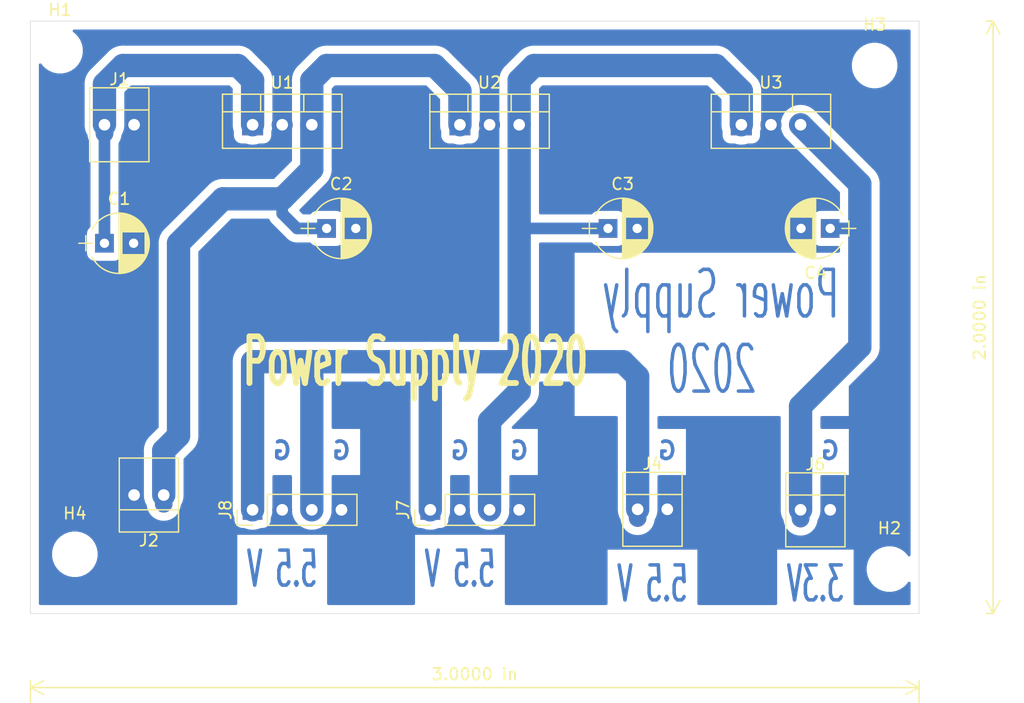
<source format=kicad_pcb>
(kicad_pcb (version 20171130) (host pcbnew 5.1.5-52549c5~84~ubuntu18.04.1)

  (general
    (thickness 1.6)
    (drawings 20)
    (tracks 47)
    (zones 0)
    (modules 17)
    (nets 6)
  )

  (page A4)
  (layers
    (0 F.Cu signal)
    (31 B.Cu signal)
    (32 B.Adhes user)
    (33 F.Adhes user)
    (34 B.Paste user)
    (35 F.Paste user)
    (36 B.SilkS user)
    (37 F.SilkS user)
    (38 B.Mask user)
    (39 F.Mask user)
    (40 Dwgs.User user)
    (41 Cmts.User user)
    (42 Eco1.User user)
    (43 Eco2.User user)
    (44 Edge.Cuts user)
    (45 Margin user)
    (46 B.CrtYd user)
    (47 F.CrtYd user)
    (48 B.Fab user)
    (49 F.Fab user)
  )

  (setup
    (last_trace_width 0.25)
    (user_trace_width 1)
    (user_trace_width 2)
    (trace_clearance 0.2)
    (zone_clearance 0.7)
    (zone_45_only no)
    (trace_min 0.2)
    (via_size 0.8)
    (via_drill 0.4)
    (via_min_size 0.4)
    (via_min_drill 0.3)
    (uvia_size 0.3)
    (uvia_drill 0.1)
    (uvias_allowed no)
    (uvia_min_size 0.2)
    (uvia_min_drill 0.1)
    (edge_width 0.05)
    (segment_width 0.2)
    (pcb_text_width 0.3)
    (pcb_text_size 1.5 1.5)
    (mod_edge_width 0.12)
    (mod_text_size 1 1)
    (mod_text_width 0.15)
    (pad_size 1.524 1.524)
    (pad_drill 0.762)
    (pad_to_mask_clearance 0.051)
    (solder_mask_min_width 0.25)
    (aux_axis_origin 113.03 125.73)
    (visible_elements FFFFFF7F)
    (pcbplotparams
      (layerselection 0x00000_fffffffe)
      (usegerberextensions false)
      (usegerberattributes false)
      (usegerberadvancedattributes false)
      (creategerberjobfile false)
      (excludeedgelayer false)
      (linewidth 0.100000)
      (plotframeref false)
      (viasonmask false)
      (mode 1)
      (useauxorigin false)
      (hpglpennumber 1)
      (hpglpenspeed 20)
      (hpglpendiameter 15.000000)
      (psnegative false)
      (psa4output false)
      (plotreference false)
      (plotvalue false)
      (plotinvisibletext false)
      (padsonsilk true)
      (subtractmaskfromsilk false)
      (outputformat 1)
      (mirror false)
      (drillshape 0)
      (scaleselection 1)
      (outputdirectory "./"))
  )

  (net 0 "")
  (net 1 GND)
  (net 2 +24V)
  (net 3 "Net-(C2-Pad1)")
  (net 4 "Net-(C3-Pad1)")
  (net 5 "Net-(C4-Pad1)")

  (net_class Default "This is the default net class."
    (clearance 0.2)
    (trace_width 0.25)
    (via_dia 0.8)
    (via_drill 0.4)
    (uvia_dia 0.3)
    (uvia_drill 0.1)
    (add_net +24V)
    (add_net GND)
    (add_net "Net-(C2-Pad1)")
    (add_net "Net-(C3-Pad1)")
    (add_net "Net-(C4-Pad1)")
  )

  (module Mounting_Holes:MountingHole_2.5mm (layer F.Cu) (tedit 56D1B4CB) (tstamp 5E6C2961)
    (at 116.84 120.65)
    (descr "Mounting Hole 2.5mm, no annular")
    (tags "mounting hole 2.5mm no annular")
    (path /5E6C68BF)
    (attr virtual)
    (fp_text reference H4 (at 0 -3.5) (layer F.SilkS)
      (effects (font (size 1 1) (thickness 0.15)))
    )
    (fp_text value MountingHole (at 0 3.5) (layer F.Fab)
      (effects (font (size 1 1) (thickness 0.15)))
    )
    (fp_text user %R (at 0.3 0) (layer F.Fab)
      (effects (font (size 1 1) (thickness 0.15)))
    )
    (fp_circle (center 0 0) (end 2.5 0) (layer Cmts.User) (width 0.15))
    (fp_circle (center 0 0) (end 2.75 0) (layer F.CrtYd) (width 0.05))
    (pad 1 np_thru_hole circle (at 0 0) (size 2.5 2.5) (drill 2.5) (layers *.Cu *.Mask))
  )

  (module Mounting_Holes:MountingHole_2.5mm (layer F.Cu) (tedit 56D1B4CB) (tstamp 5E6C295E)
    (at 185.42 78.74)
    (descr "Mounting Hole 2.5mm, no annular")
    (tags "mounting hole 2.5mm no annular")
    (path /5E6C6CD1)
    (attr virtual)
    (fp_text reference H3 (at 0 -3.5) (layer F.SilkS)
      (effects (font (size 1 1) (thickness 0.15)))
    )
    (fp_text value MountingHole (at 0 3.5) (layer F.Fab)
      (effects (font (size 1 1) (thickness 0.15)))
    )
    (fp_text user %R (at 0.3 0) (layer F.Fab)
      (effects (font (size 1 1) (thickness 0.15)))
    )
    (fp_circle (center 0 0) (end 2.5 0) (layer Cmts.User) (width 0.15))
    (fp_circle (center 0 0) (end 2.75 0) (layer F.CrtYd) (width 0.05))
    (pad 1 np_thru_hole circle (at 0 0) (size 2.5 2.5) (drill 2.5) (layers *.Cu *.Mask))
  )

  (module Mounting_Holes:MountingHole_2.5mm (layer F.Cu) (tedit 56D1B4CB) (tstamp 5E6C295B)
    (at 186.69 121.92)
    (descr "Mounting Hole 2.5mm, no annular")
    (tags "mounting hole 2.5mm no annular")
    (path /5E6C307F)
    (attr virtual)
    (fp_text reference H2 (at 0 -3.5) (layer F.SilkS)
      (effects (font (size 1 1) (thickness 0.15)))
    )
    (fp_text value MountingHole (at 0 3.5) (layer F.Fab)
      (effects (font (size 1 1) (thickness 0.15)))
    )
    (fp_text user %R (at 0.3 0) (layer F.Fab)
      (effects (font (size 1 1) (thickness 0.15)))
    )
    (fp_circle (center 0 0) (end 2.5 0) (layer Cmts.User) (width 0.15))
    (fp_circle (center 0 0) (end 2.75 0) (layer F.CrtYd) (width 0.05))
    (pad 1 np_thru_hole circle (at 0 0) (size 2.5 2.5) (drill 2.5) (layers *.Cu *.Mask))
  )

  (module Mounting_Holes:MountingHole_2.5mm (layer F.Cu) (tedit 56D1B4CB) (tstamp 5E6C2958)
    (at 115.57 77.47)
    (descr "Mounting Hole 2.5mm, no annular")
    (tags "mounting hole 2.5mm no annular")
    (path /5E6C6247)
    (attr virtual)
    (fp_text reference H1 (at 0 -3.5) (layer F.SilkS)
      (effects (font (size 1 1) (thickness 0.15)))
    )
    (fp_text value MountingHole (at 0 3.5) (layer F.Fab)
      (effects (font (size 1 1) (thickness 0.15)))
    )
    (fp_text user %R (at 0.3 0) (layer F.Fab)
      (effects (font (size 1 1) (thickness 0.15)))
    )
    (fp_circle (center 0 0) (end 2.5 0) (layer Cmts.User) (width 0.15))
    (fp_circle (center 0 0) (end 2.75 0) (layer F.CrtYd) (width 0.05))
    (pad 1 np_thru_hole circle (at 0 0) (size 2.5 2.5) (drill 2.5) (layers *.Cu *.Mask))
  )

  (module Capacitors_THT:CP_Radial_D5.0mm_P2.50mm (layer F.Cu) (tedit 597BC7C2) (tstamp 5E6AC73D)
    (at 181.61 92.71 180)
    (descr "CP, Radial series, Radial, pin pitch=2.50mm, , diameter=5mm, Electrolytic Capacitor")
    (tags "CP Radial series Radial pin pitch 2.50mm  diameter 5mm Electrolytic Capacitor")
    (path /5E6AF8C5)
    (fp_text reference C4 (at 1.25 -3.81) (layer F.SilkS)
      (effects (font (size 1 1) (thickness 0.15)))
    )
    (fp_text value C (at 1.25 3.81) (layer F.Fab)
      (effects (font (size 1 1) (thickness 0.15)))
    )
    (fp_arc (start 1.25 0) (end -1.05558 -1.18) (angle 125.8) (layer F.SilkS) (width 0.12))
    (fp_arc (start 1.25 0) (end -1.05558 1.18) (angle -125.8) (layer F.SilkS) (width 0.12))
    (fp_arc (start 1.25 0) (end 3.55558 -1.18) (angle 54.2) (layer F.SilkS) (width 0.12))
    (fp_circle (center 1.25 0) (end 3.75 0) (layer F.Fab) (width 0.1))
    (fp_line (start -2.2 0) (end -1 0) (layer F.Fab) (width 0.1))
    (fp_line (start -1.6 -0.65) (end -1.6 0.65) (layer F.Fab) (width 0.1))
    (fp_line (start 1.25 -2.55) (end 1.25 2.55) (layer F.SilkS) (width 0.12))
    (fp_line (start 1.29 -2.55) (end 1.29 2.55) (layer F.SilkS) (width 0.12))
    (fp_line (start 1.33 -2.549) (end 1.33 2.549) (layer F.SilkS) (width 0.12))
    (fp_line (start 1.37 -2.548) (end 1.37 2.548) (layer F.SilkS) (width 0.12))
    (fp_line (start 1.41 -2.546) (end 1.41 2.546) (layer F.SilkS) (width 0.12))
    (fp_line (start 1.45 -2.543) (end 1.45 2.543) (layer F.SilkS) (width 0.12))
    (fp_line (start 1.49 -2.539) (end 1.49 2.539) (layer F.SilkS) (width 0.12))
    (fp_line (start 1.53 -2.535) (end 1.53 -0.98) (layer F.SilkS) (width 0.12))
    (fp_line (start 1.53 0.98) (end 1.53 2.535) (layer F.SilkS) (width 0.12))
    (fp_line (start 1.57 -2.531) (end 1.57 -0.98) (layer F.SilkS) (width 0.12))
    (fp_line (start 1.57 0.98) (end 1.57 2.531) (layer F.SilkS) (width 0.12))
    (fp_line (start 1.61 -2.525) (end 1.61 -0.98) (layer F.SilkS) (width 0.12))
    (fp_line (start 1.61 0.98) (end 1.61 2.525) (layer F.SilkS) (width 0.12))
    (fp_line (start 1.65 -2.519) (end 1.65 -0.98) (layer F.SilkS) (width 0.12))
    (fp_line (start 1.65 0.98) (end 1.65 2.519) (layer F.SilkS) (width 0.12))
    (fp_line (start 1.69 -2.513) (end 1.69 -0.98) (layer F.SilkS) (width 0.12))
    (fp_line (start 1.69 0.98) (end 1.69 2.513) (layer F.SilkS) (width 0.12))
    (fp_line (start 1.73 -2.506) (end 1.73 -0.98) (layer F.SilkS) (width 0.12))
    (fp_line (start 1.73 0.98) (end 1.73 2.506) (layer F.SilkS) (width 0.12))
    (fp_line (start 1.77 -2.498) (end 1.77 -0.98) (layer F.SilkS) (width 0.12))
    (fp_line (start 1.77 0.98) (end 1.77 2.498) (layer F.SilkS) (width 0.12))
    (fp_line (start 1.81 -2.489) (end 1.81 -0.98) (layer F.SilkS) (width 0.12))
    (fp_line (start 1.81 0.98) (end 1.81 2.489) (layer F.SilkS) (width 0.12))
    (fp_line (start 1.85 -2.48) (end 1.85 -0.98) (layer F.SilkS) (width 0.12))
    (fp_line (start 1.85 0.98) (end 1.85 2.48) (layer F.SilkS) (width 0.12))
    (fp_line (start 1.89 -2.47) (end 1.89 -0.98) (layer F.SilkS) (width 0.12))
    (fp_line (start 1.89 0.98) (end 1.89 2.47) (layer F.SilkS) (width 0.12))
    (fp_line (start 1.93 -2.46) (end 1.93 -0.98) (layer F.SilkS) (width 0.12))
    (fp_line (start 1.93 0.98) (end 1.93 2.46) (layer F.SilkS) (width 0.12))
    (fp_line (start 1.971 -2.448) (end 1.971 -0.98) (layer F.SilkS) (width 0.12))
    (fp_line (start 1.971 0.98) (end 1.971 2.448) (layer F.SilkS) (width 0.12))
    (fp_line (start 2.011 -2.436) (end 2.011 -0.98) (layer F.SilkS) (width 0.12))
    (fp_line (start 2.011 0.98) (end 2.011 2.436) (layer F.SilkS) (width 0.12))
    (fp_line (start 2.051 -2.424) (end 2.051 -0.98) (layer F.SilkS) (width 0.12))
    (fp_line (start 2.051 0.98) (end 2.051 2.424) (layer F.SilkS) (width 0.12))
    (fp_line (start 2.091 -2.41) (end 2.091 -0.98) (layer F.SilkS) (width 0.12))
    (fp_line (start 2.091 0.98) (end 2.091 2.41) (layer F.SilkS) (width 0.12))
    (fp_line (start 2.131 -2.396) (end 2.131 -0.98) (layer F.SilkS) (width 0.12))
    (fp_line (start 2.131 0.98) (end 2.131 2.396) (layer F.SilkS) (width 0.12))
    (fp_line (start 2.171 -2.382) (end 2.171 -0.98) (layer F.SilkS) (width 0.12))
    (fp_line (start 2.171 0.98) (end 2.171 2.382) (layer F.SilkS) (width 0.12))
    (fp_line (start 2.211 -2.366) (end 2.211 -0.98) (layer F.SilkS) (width 0.12))
    (fp_line (start 2.211 0.98) (end 2.211 2.366) (layer F.SilkS) (width 0.12))
    (fp_line (start 2.251 -2.35) (end 2.251 -0.98) (layer F.SilkS) (width 0.12))
    (fp_line (start 2.251 0.98) (end 2.251 2.35) (layer F.SilkS) (width 0.12))
    (fp_line (start 2.291 -2.333) (end 2.291 -0.98) (layer F.SilkS) (width 0.12))
    (fp_line (start 2.291 0.98) (end 2.291 2.333) (layer F.SilkS) (width 0.12))
    (fp_line (start 2.331 -2.315) (end 2.331 -0.98) (layer F.SilkS) (width 0.12))
    (fp_line (start 2.331 0.98) (end 2.331 2.315) (layer F.SilkS) (width 0.12))
    (fp_line (start 2.371 -2.296) (end 2.371 -0.98) (layer F.SilkS) (width 0.12))
    (fp_line (start 2.371 0.98) (end 2.371 2.296) (layer F.SilkS) (width 0.12))
    (fp_line (start 2.411 -2.276) (end 2.411 -0.98) (layer F.SilkS) (width 0.12))
    (fp_line (start 2.411 0.98) (end 2.411 2.276) (layer F.SilkS) (width 0.12))
    (fp_line (start 2.451 -2.256) (end 2.451 -0.98) (layer F.SilkS) (width 0.12))
    (fp_line (start 2.451 0.98) (end 2.451 2.256) (layer F.SilkS) (width 0.12))
    (fp_line (start 2.491 -2.234) (end 2.491 -0.98) (layer F.SilkS) (width 0.12))
    (fp_line (start 2.491 0.98) (end 2.491 2.234) (layer F.SilkS) (width 0.12))
    (fp_line (start 2.531 -2.212) (end 2.531 -0.98) (layer F.SilkS) (width 0.12))
    (fp_line (start 2.531 0.98) (end 2.531 2.212) (layer F.SilkS) (width 0.12))
    (fp_line (start 2.571 -2.189) (end 2.571 -0.98) (layer F.SilkS) (width 0.12))
    (fp_line (start 2.571 0.98) (end 2.571 2.189) (layer F.SilkS) (width 0.12))
    (fp_line (start 2.611 -2.165) (end 2.611 -0.98) (layer F.SilkS) (width 0.12))
    (fp_line (start 2.611 0.98) (end 2.611 2.165) (layer F.SilkS) (width 0.12))
    (fp_line (start 2.651 -2.14) (end 2.651 -0.98) (layer F.SilkS) (width 0.12))
    (fp_line (start 2.651 0.98) (end 2.651 2.14) (layer F.SilkS) (width 0.12))
    (fp_line (start 2.691 -2.113) (end 2.691 -0.98) (layer F.SilkS) (width 0.12))
    (fp_line (start 2.691 0.98) (end 2.691 2.113) (layer F.SilkS) (width 0.12))
    (fp_line (start 2.731 -2.086) (end 2.731 -0.98) (layer F.SilkS) (width 0.12))
    (fp_line (start 2.731 0.98) (end 2.731 2.086) (layer F.SilkS) (width 0.12))
    (fp_line (start 2.771 -2.058) (end 2.771 -0.98) (layer F.SilkS) (width 0.12))
    (fp_line (start 2.771 0.98) (end 2.771 2.058) (layer F.SilkS) (width 0.12))
    (fp_line (start 2.811 -2.028) (end 2.811 -0.98) (layer F.SilkS) (width 0.12))
    (fp_line (start 2.811 0.98) (end 2.811 2.028) (layer F.SilkS) (width 0.12))
    (fp_line (start 2.851 -1.997) (end 2.851 -0.98) (layer F.SilkS) (width 0.12))
    (fp_line (start 2.851 0.98) (end 2.851 1.997) (layer F.SilkS) (width 0.12))
    (fp_line (start 2.891 -1.965) (end 2.891 -0.98) (layer F.SilkS) (width 0.12))
    (fp_line (start 2.891 0.98) (end 2.891 1.965) (layer F.SilkS) (width 0.12))
    (fp_line (start 2.931 -1.932) (end 2.931 -0.98) (layer F.SilkS) (width 0.12))
    (fp_line (start 2.931 0.98) (end 2.931 1.932) (layer F.SilkS) (width 0.12))
    (fp_line (start 2.971 -1.897) (end 2.971 -0.98) (layer F.SilkS) (width 0.12))
    (fp_line (start 2.971 0.98) (end 2.971 1.897) (layer F.SilkS) (width 0.12))
    (fp_line (start 3.011 -1.861) (end 3.011 -0.98) (layer F.SilkS) (width 0.12))
    (fp_line (start 3.011 0.98) (end 3.011 1.861) (layer F.SilkS) (width 0.12))
    (fp_line (start 3.051 -1.823) (end 3.051 -0.98) (layer F.SilkS) (width 0.12))
    (fp_line (start 3.051 0.98) (end 3.051 1.823) (layer F.SilkS) (width 0.12))
    (fp_line (start 3.091 -1.783) (end 3.091 -0.98) (layer F.SilkS) (width 0.12))
    (fp_line (start 3.091 0.98) (end 3.091 1.783) (layer F.SilkS) (width 0.12))
    (fp_line (start 3.131 -1.742) (end 3.131 -0.98) (layer F.SilkS) (width 0.12))
    (fp_line (start 3.131 0.98) (end 3.131 1.742) (layer F.SilkS) (width 0.12))
    (fp_line (start 3.171 -1.699) (end 3.171 -0.98) (layer F.SilkS) (width 0.12))
    (fp_line (start 3.171 0.98) (end 3.171 1.699) (layer F.SilkS) (width 0.12))
    (fp_line (start 3.211 -1.654) (end 3.211 -0.98) (layer F.SilkS) (width 0.12))
    (fp_line (start 3.211 0.98) (end 3.211 1.654) (layer F.SilkS) (width 0.12))
    (fp_line (start 3.251 -1.606) (end 3.251 -0.98) (layer F.SilkS) (width 0.12))
    (fp_line (start 3.251 0.98) (end 3.251 1.606) (layer F.SilkS) (width 0.12))
    (fp_line (start 3.291 -1.556) (end 3.291 -0.98) (layer F.SilkS) (width 0.12))
    (fp_line (start 3.291 0.98) (end 3.291 1.556) (layer F.SilkS) (width 0.12))
    (fp_line (start 3.331 -1.504) (end 3.331 -0.98) (layer F.SilkS) (width 0.12))
    (fp_line (start 3.331 0.98) (end 3.331 1.504) (layer F.SilkS) (width 0.12))
    (fp_line (start 3.371 -1.448) (end 3.371 -0.98) (layer F.SilkS) (width 0.12))
    (fp_line (start 3.371 0.98) (end 3.371 1.448) (layer F.SilkS) (width 0.12))
    (fp_line (start 3.411 -1.39) (end 3.411 -0.98) (layer F.SilkS) (width 0.12))
    (fp_line (start 3.411 0.98) (end 3.411 1.39) (layer F.SilkS) (width 0.12))
    (fp_line (start 3.451 -1.327) (end 3.451 -0.98) (layer F.SilkS) (width 0.12))
    (fp_line (start 3.451 0.98) (end 3.451 1.327) (layer F.SilkS) (width 0.12))
    (fp_line (start 3.491 -1.261) (end 3.491 1.261) (layer F.SilkS) (width 0.12))
    (fp_line (start 3.531 -1.189) (end 3.531 1.189) (layer F.SilkS) (width 0.12))
    (fp_line (start 3.571 -1.112) (end 3.571 1.112) (layer F.SilkS) (width 0.12))
    (fp_line (start 3.611 -1.028) (end 3.611 1.028) (layer F.SilkS) (width 0.12))
    (fp_line (start 3.651 -0.934) (end 3.651 0.934) (layer F.SilkS) (width 0.12))
    (fp_line (start 3.691 -0.829) (end 3.691 0.829) (layer F.SilkS) (width 0.12))
    (fp_line (start 3.731 -0.707) (end 3.731 0.707) (layer F.SilkS) (width 0.12))
    (fp_line (start 3.771 -0.559) (end 3.771 0.559) (layer F.SilkS) (width 0.12))
    (fp_line (start 3.811 -0.354) (end 3.811 0.354) (layer F.SilkS) (width 0.12))
    (fp_line (start -2.2 0) (end -1 0) (layer F.SilkS) (width 0.12))
    (fp_line (start -1.6 -0.65) (end -1.6 0.65) (layer F.SilkS) (width 0.12))
    (fp_line (start -1.6 -2.85) (end -1.6 2.85) (layer F.CrtYd) (width 0.05))
    (fp_line (start -1.6 2.85) (end 4.1 2.85) (layer F.CrtYd) (width 0.05))
    (fp_line (start 4.1 2.85) (end 4.1 -2.85) (layer F.CrtYd) (width 0.05))
    (fp_line (start 4.1 -2.85) (end -1.6 -2.85) (layer F.CrtYd) (width 0.05))
    (fp_text user %R (at 1.25 0) (layer F.Fab)
      (effects (font (size 1 1) (thickness 0.15)))
    )
    (pad 1 thru_hole rect (at 0 0 180) (size 1.6 1.6) (drill 0.8) (layers *.Cu *.Mask)
      (net 5 "Net-(C4-Pad1)"))
    (pad 2 thru_hole circle (at 2.5 0 180) (size 1.6 1.6) (drill 0.8) (layers *.Cu *.Mask)
      (net 1 GND))
    (model ${KISYS3DMOD}/Capacitors_THT.3dshapes/CP_Radial_D5.0mm_P2.50mm.wrl
      (at (xyz 0 0 0))
      (scale (xyz 1 1 1))
      (rotate (xyz 0 0 0))
    )
  )

  (module Capacitors_THT:CP_Radial_D5.0mm_P2.50mm (layer F.Cu) (tedit 597BC7C2) (tstamp 5E6AC716)
    (at 162.56 92.71)
    (descr "CP, Radial series, Radial, pin pitch=2.50mm, , diameter=5mm, Electrolytic Capacitor")
    (tags "CP Radial series Radial pin pitch 2.50mm  diameter 5mm Electrolytic Capacitor")
    (path /5E6AF49C)
    (fp_text reference C3 (at 1.25 -3.81) (layer F.SilkS)
      (effects (font (size 1 1) (thickness 0.15)))
    )
    (fp_text value C (at 1.25 3.81) (layer F.Fab)
      (effects (font (size 1 1) (thickness 0.15)))
    )
    (fp_arc (start 1.25 0) (end -1.05558 -1.18) (angle 125.8) (layer F.SilkS) (width 0.12))
    (fp_arc (start 1.25 0) (end -1.05558 1.18) (angle -125.8) (layer F.SilkS) (width 0.12))
    (fp_arc (start 1.25 0) (end 3.55558 -1.18) (angle 54.2) (layer F.SilkS) (width 0.12))
    (fp_circle (center 1.25 0) (end 3.75 0) (layer F.Fab) (width 0.1))
    (fp_line (start -2.2 0) (end -1 0) (layer F.Fab) (width 0.1))
    (fp_line (start -1.6 -0.65) (end -1.6 0.65) (layer F.Fab) (width 0.1))
    (fp_line (start 1.25 -2.55) (end 1.25 2.55) (layer F.SilkS) (width 0.12))
    (fp_line (start 1.29 -2.55) (end 1.29 2.55) (layer F.SilkS) (width 0.12))
    (fp_line (start 1.33 -2.549) (end 1.33 2.549) (layer F.SilkS) (width 0.12))
    (fp_line (start 1.37 -2.548) (end 1.37 2.548) (layer F.SilkS) (width 0.12))
    (fp_line (start 1.41 -2.546) (end 1.41 2.546) (layer F.SilkS) (width 0.12))
    (fp_line (start 1.45 -2.543) (end 1.45 2.543) (layer F.SilkS) (width 0.12))
    (fp_line (start 1.49 -2.539) (end 1.49 2.539) (layer F.SilkS) (width 0.12))
    (fp_line (start 1.53 -2.535) (end 1.53 -0.98) (layer F.SilkS) (width 0.12))
    (fp_line (start 1.53 0.98) (end 1.53 2.535) (layer F.SilkS) (width 0.12))
    (fp_line (start 1.57 -2.531) (end 1.57 -0.98) (layer F.SilkS) (width 0.12))
    (fp_line (start 1.57 0.98) (end 1.57 2.531) (layer F.SilkS) (width 0.12))
    (fp_line (start 1.61 -2.525) (end 1.61 -0.98) (layer F.SilkS) (width 0.12))
    (fp_line (start 1.61 0.98) (end 1.61 2.525) (layer F.SilkS) (width 0.12))
    (fp_line (start 1.65 -2.519) (end 1.65 -0.98) (layer F.SilkS) (width 0.12))
    (fp_line (start 1.65 0.98) (end 1.65 2.519) (layer F.SilkS) (width 0.12))
    (fp_line (start 1.69 -2.513) (end 1.69 -0.98) (layer F.SilkS) (width 0.12))
    (fp_line (start 1.69 0.98) (end 1.69 2.513) (layer F.SilkS) (width 0.12))
    (fp_line (start 1.73 -2.506) (end 1.73 -0.98) (layer F.SilkS) (width 0.12))
    (fp_line (start 1.73 0.98) (end 1.73 2.506) (layer F.SilkS) (width 0.12))
    (fp_line (start 1.77 -2.498) (end 1.77 -0.98) (layer F.SilkS) (width 0.12))
    (fp_line (start 1.77 0.98) (end 1.77 2.498) (layer F.SilkS) (width 0.12))
    (fp_line (start 1.81 -2.489) (end 1.81 -0.98) (layer F.SilkS) (width 0.12))
    (fp_line (start 1.81 0.98) (end 1.81 2.489) (layer F.SilkS) (width 0.12))
    (fp_line (start 1.85 -2.48) (end 1.85 -0.98) (layer F.SilkS) (width 0.12))
    (fp_line (start 1.85 0.98) (end 1.85 2.48) (layer F.SilkS) (width 0.12))
    (fp_line (start 1.89 -2.47) (end 1.89 -0.98) (layer F.SilkS) (width 0.12))
    (fp_line (start 1.89 0.98) (end 1.89 2.47) (layer F.SilkS) (width 0.12))
    (fp_line (start 1.93 -2.46) (end 1.93 -0.98) (layer F.SilkS) (width 0.12))
    (fp_line (start 1.93 0.98) (end 1.93 2.46) (layer F.SilkS) (width 0.12))
    (fp_line (start 1.971 -2.448) (end 1.971 -0.98) (layer F.SilkS) (width 0.12))
    (fp_line (start 1.971 0.98) (end 1.971 2.448) (layer F.SilkS) (width 0.12))
    (fp_line (start 2.011 -2.436) (end 2.011 -0.98) (layer F.SilkS) (width 0.12))
    (fp_line (start 2.011 0.98) (end 2.011 2.436) (layer F.SilkS) (width 0.12))
    (fp_line (start 2.051 -2.424) (end 2.051 -0.98) (layer F.SilkS) (width 0.12))
    (fp_line (start 2.051 0.98) (end 2.051 2.424) (layer F.SilkS) (width 0.12))
    (fp_line (start 2.091 -2.41) (end 2.091 -0.98) (layer F.SilkS) (width 0.12))
    (fp_line (start 2.091 0.98) (end 2.091 2.41) (layer F.SilkS) (width 0.12))
    (fp_line (start 2.131 -2.396) (end 2.131 -0.98) (layer F.SilkS) (width 0.12))
    (fp_line (start 2.131 0.98) (end 2.131 2.396) (layer F.SilkS) (width 0.12))
    (fp_line (start 2.171 -2.382) (end 2.171 -0.98) (layer F.SilkS) (width 0.12))
    (fp_line (start 2.171 0.98) (end 2.171 2.382) (layer F.SilkS) (width 0.12))
    (fp_line (start 2.211 -2.366) (end 2.211 -0.98) (layer F.SilkS) (width 0.12))
    (fp_line (start 2.211 0.98) (end 2.211 2.366) (layer F.SilkS) (width 0.12))
    (fp_line (start 2.251 -2.35) (end 2.251 -0.98) (layer F.SilkS) (width 0.12))
    (fp_line (start 2.251 0.98) (end 2.251 2.35) (layer F.SilkS) (width 0.12))
    (fp_line (start 2.291 -2.333) (end 2.291 -0.98) (layer F.SilkS) (width 0.12))
    (fp_line (start 2.291 0.98) (end 2.291 2.333) (layer F.SilkS) (width 0.12))
    (fp_line (start 2.331 -2.315) (end 2.331 -0.98) (layer F.SilkS) (width 0.12))
    (fp_line (start 2.331 0.98) (end 2.331 2.315) (layer F.SilkS) (width 0.12))
    (fp_line (start 2.371 -2.296) (end 2.371 -0.98) (layer F.SilkS) (width 0.12))
    (fp_line (start 2.371 0.98) (end 2.371 2.296) (layer F.SilkS) (width 0.12))
    (fp_line (start 2.411 -2.276) (end 2.411 -0.98) (layer F.SilkS) (width 0.12))
    (fp_line (start 2.411 0.98) (end 2.411 2.276) (layer F.SilkS) (width 0.12))
    (fp_line (start 2.451 -2.256) (end 2.451 -0.98) (layer F.SilkS) (width 0.12))
    (fp_line (start 2.451 0.98) (end 2.451 2.256) (layer F.SilkS) (width 0.12))
    (fp_line (start 2.491 -2.234) (end 2.491 -0.98) (layer F.SilkS) (width 0.12))
    (fp_line (start 2.491 0.98) (end 2.491 2.234) (layer F.SilkS) (width 0.12))
    (fp_line (start 2.531 -2.212) (end 2.531 -0.98) (layer F.SilkS) (width 0.12))
    (fp_line (start 2.531 0.98) (end 2.531 2.212) (layer F.SilkS) (width 0.12))
    (fp_line (start 2.571 -2.189) (end 2.571 -0.98) (layer F.SilkS) (width 0.12))
    (fp_line (start 2.571 0.98) (end 2.571 2.189) (layer F.SilkS) (width 0.12))
    (fp_line (start 2.611 -2.165) (end 2.611 -0.98) (layer F.SilkS) (width 0.12))
    (fp_line (start 2.611 0.98) (end 2.611 2.165) (layer F.SilkS) (width 0.12))
    (fp_line (start 2.651 -2.14) (end 2.651 -0.98) (layer F.SilkS) (width 0.12))
    (fp_line (start 2.651 0.98) (end 2.651 2.14) (layer F.SilkS) (width 0.12))
    (fp_line (start 2.691 -2.113) (end 2.691 -0.98) (layer F.SilkS) (width 0.12))
    (fp_line (start 2.691 0.98) (end 2.691 2.113) (layer F.SilkS) (width 0.12))
    (fp_line (start 2.731 -2.086) (end 2.731 -0.98) (layer F.SilkS) (width 0.12))
    (fp_line (start 2.731 0.98) (end 2.731 2.086) (layer F.SilkS) (width 0.12))
    (fp_line (start 2.771 -2.058) (end 2.771 -0.98) (layer F.SilkS) (width 0.12))
    (fp_line (start 2.771 0.98) (end 2.771 2.058) (layer F.SilkS) (width 0.12))
    (fp_line (start 2.811 -2.028) (end 2.811 -0.98) (layer F.SilkS) (width 0.12))
    (fp_line (start 2.811 0.98) (end 2.811 2.028) (layer F.SilkS) (width 0.12))
    (fp_line (start 2.851 -1.997) (end 2.851 -0.98) (layer F.SilkS) (width 0.12))
    (fp_line (start 2.851 0.98) (end 2.851 1.997) (layer F.SilkS) (width 0.12))
    (fp_line (start 2.891 -1.965) (end 2.891 -0.98) (layer F.SilkS) (width 0.12))
    (fp_line (start 2.891 0.98) (end 2.891 1.965) (layer F.SilkS) (width 0.12))
    (fp_line (start 2.931 -1.932) (end 2.931 -0.98) (layer F.SilkS) (width 0.12))
    (fp_line (start 2.931 0.98) (end 2.931 1.932) (layer F.SilkS) (width 0.12))
    (fp_line (start 2.971 -1.897) (end 2.971 -0.98) (layer F.SilkS) (width 0.12))
    (fp_line (start 2.971 0.98) (end 2.971 1.897) (layer F.SilkS) (width 0.12))
    (fp_line (start 3.011 -1.861) (end 3.011 -0.98) (layer F.SilkS) (width 0.12))
    (fp_line (start 3.011 0.98) (end 3.011 1.861) (layer F.SilkS) (width 0.12))
    (fp_line (start 3.051 -1.823) (end 3.051 -0.98) (layer F.SilkS) (width 0.12))
    (fp_line (start 3.051 0.98) (end 3.051 1.823) (layer F.SilkS) (width 0.12))
    (fp_line (start 3.091 -1.783) (end 3.091 -0.98) (layer F.SilkS) (width 0.12))
    (fp_line (start 3.091 0.98) (end 3.091 1.783) (layer F.SilkS) (width 0.12))
    (fp_line (start 3.131 -1.742) (end 3.131 -0.98) (layer F.SilkS) (width 0.12))
    (fp_line (start 3.131 0.98) (end 3.131 1.742) (layer F.SilkS) (width 0.12))
    (fp_line (start 3.171 -1.699) (end 3.171 -0.98) (layer F.SilkS) (width 0.12))
    (fp_line (start 3.171 0.98) (end 3.171 1.699) (layer F.SilkS) (width 0.12))
    (fp_line (start 3.211 -1.654) (end 3.211 -0.98) (layer F.SilkS) (width 0.12))
    (fp_line (start 3.211 0.98) (end 3.211 1.654) (layer F.SilkS) (width 0.12))
    (fp_line (start 3.251 -1.606) (end 3.251 -0.98) (layer F.SilkS) (width 0.12))
    (fp_line (start 3.251 0.98) (end 3.251 1.606) (layer F.SilkS) (width 0.12))
    (fp_line (start 3.291 -1.556) (end 3.291 -0.98) (layer F.SilkS) (width 0.12))
    (fp_line (start 3.291 0.98) (end 3.291 1.556) (layer F.SilkS) (width 0.12))
    (fp_line (start 3.331 -1.504) (end 3.331 -0.98) (layer F.SilkS) (width 0.12))
    (fp_line (start 3.331 0.98) (end 3.331 1.504) (layer F.SilkS) (width 0.12))
    (fp_line (start 3.371 -1.448) (end 3.371 -0.98) (layer F.SilkS) (width 0.12))
    (fp_line (start 3.371 0.98) (end 3.371 1.448) (layer F.SilkS) (width 0.12))
    (fp_line (start 3.411 -1.39) (end 3.411 -0.98) (layer F.SilkS) (width 0.12))
    (fp_line (start 3.411 0.98) (end 3.411 1.39) (layer F.SilkS) (width 0.12))
    (fp_line (start 3.451 -1.327) (end 3.451 -0.98) (layer F.SilkS) (width 0.12))
    (fp_line (start 3.451 0.98) (end 3.451 1.327) (layer F.SilkS) (width 0.12))
    (fp_line (start 3.491 -1.261) (end 3.491 1.261) (layer F.SilkS) (width 0.12))
    (fp_line (start 3.531 -1.189) (end 3.531 1.189) (layer F.SilkS) (width 0.12))
    (fp_line (start 3.571 -1.112) (end 3.571 1.112) (layer F.SilkS) (width 0.12))
    (fp_line (start 3.611 -1.028) (end 3.611 1.028) (layer F.SilkS) (width 0.12))
    (fp_line (start 3.651 -0.934) (end 3.651 0.934) (layer F.SilkS) (width 0.12))
    (fp_line (start 3.691 -0.829) (end 3.691 0.829) (layer F.SilkS) (width 0.12))
    (fp_line (start 3.731 -0.707) (end 3.731 0.707) (layer F.SilkS) (width 0.12))
    (fp_line (start 3.771 -0.559) (end 3.771 0.559) (layer F.SilkS) (width 0.12))
    (fp_line (start 3.811 -0.354) (end 3.811 0.354) (layer F.SilkS) (width 0.12))
    (fp_line (start -2.2 0) (end -1 0) (layer F.SilkS) (width 0.12))
    (fp_line (start -1.6 -0.65) (end -1.6 0.65) (layer F.SilkS) (width 0.12))
    (fp_line (start -1.6 -2.85) (end -1.6 2.85) (layer F.CrtYd) (width 0.05))
    (fp_line (start -1.6 2.85) (end 4.1 2.85) (layer F.CrtYd) (width 0.05))
    (fp_line (start 4.1 2.85) (end 4.1 -2.85) (layer F.CrtYd) (width 0.05))
    (fp_line (start 4.1 -2.85) (end -1.6 -2.85) (layer F.CrtYd) (width 0.05))
    (fp_text user %R (at 1.25 0 270) (layer F.Fab)
      (effects (font (size 1 1) (thickness 0.15)))
    )
    (pad 1 thru_hole rect (at 0 0) (size 1.6 1.6) (drill 0.8) (layers *.Cu *.Mask)
      (net 4 "Net-(C3-Pad1)"))
    (pad 2 thru_hole circle (at 2.5 0) (size 1.6 1.6) (drill 0.8) (layers *.Cu *.Mask)
      (net 1 GND))
    (model ${KISYS3DMOD}/Capacitors_THT.3dshapes/CP_Radial_D5.0mm_P2.50mm.wrl
      (at (xyz 0 0 0))
      (scale (xyz 1 1 1))
      (rotate (xyz 0 0 0))
    )
  )

  (module Capacitors_THT:CP_Radial_D5.0mm_P2.50mm (layer F.Cu) (tedit 597BC7C2) (tstamp 5E6AC6EF)
    (at 138.43 92.71)
    (descr "CP, Radial series, Radial, pin pitch=2.50mm, , diameter=5mm, Electrolytic Capacitor")
    (tags "CP Radial series Radial pin pitch 2.50mm  diameter 5mm Electrolytic Capacitor")
    (path /5E6AF2AF)
    (fp_text reference C2 (at 1.25 -3.81) (layer F.SilkS)
      (effects (font (size 1 1) (thickness 0.15)))
    )
    (fp_text value C (at 1.25 3.81) (layer F.Fab)
      (effects (font (size 1 1) (thickness 0.15)))
    )
    (fp_arc (start 1.25 0) (end -1.05558 -1.18) (angle 125.8) (layer F.SilkS) (width 0.12))
    (fp_arc (start 1.25 0) (end -1.05558 1.18) (angle -125.8) (layer F.SilkS) (width 0.12))
    (fp_arc (start 1.25 0) (end 3.55558 -1.18) (angle 54.2) (layer F.SilkS) (width 0.12))
    (fp_circle (center 1.25 0) (end 3.75 0) (layer F.Fab) (width 0.1))
    (fp_line (start -2.2 0) (end -1 0) (layer F.Fab) (width 0.1))
    (fp_line (start -1.6 -0.65) (end -1.6 0.65) (layer F.Fab) (width 0.1))
    (fp_line (start 1.25 -2.55) (end 1.25 2.55) (layer F.SilkS) (width 0.12))
    (fp_line (start 1.29 -2.55) (end 1.29 2.55) (layer F.SilkS) (width 0.12))
    (fp_line (start 1.33 -2.549) (end 1.33 2.549) (layer F.SilkS) (width 0.12))
    (fp_line (start 1.37 -2.548) (end 1.37 2.548) (layer F.SilkS) (width 0.12))
    (fp_line (start 1.41 -2.546) (end 1.41 2.546) (layer F.SilkS) (width 0.12))
    (fp_line (start 1.45 -2.543) (end 1.45 2.543) (layer F.SilkS) (width 0.12))
    (fp_line (start 1.49 -2.539) (end 1.49 2.539) (layer F.SilkS) (width 0.12))
    (fp_line (start 1.53 -2.535) (end 1.53 -0.98) (layer F.SilkS) (width 0.12))
    (fp_line (start 1.53 0.98) (end 1.53 2.535) (layer F.SilkS) (width 0.12))
    (fp_line (start 1.57 -2.531) (end 1.57 -0.98) (layer F.SilkS) (width 0.12))
    (fp_line (start 1.57 0.98) (end 1.57 2.531) (layer F.SilkS) (width 0.12))
    (fp_line (start 1.61 -2.525) (end 1.61 -0.98) (layer F.SilkS) (width 0.12))
    (fp_line (start 1.61 0.98) (end 1.61 2.525) (layer F.SilkS) (width 0.12))
    (fp_line (start 1.65 -2.519) (end 1.65 -0.98) (layer F.SilkS) (width 0.12))
    (fp_line (start 1.65 0.98) (end 1.65 2.519) (layer F.SilkS) (width 0.12))
    (fp_line (start 1.69 -2.513) (end 1.69 -0.98) (layer F.SilkS) (width 0.12))
    (fp_line (start 1.69 0.98) (end 1.69 2.513) (layer F.SilkS) (width 0.12))
    (fp_line (start 1.73 -2.506) (end 1.73 -0.98) (layer F.SilkS) (width 0.12))
    (fp_line (start 1.73 0.98) (end 1.73 2.506) (layer F.SilkS) (width 0.12))
    (fp_line (start 1.77 -2.498) (end 1.77 -0.98) (layer F.SilkS) (width 0.12))
    (fp_line (start 1.77 0.98) (end 1.77 2.498) (layer F.SilkS) (width 0.12))
    (fp_line (start 1.81 -2.489) (end 1.81 -0.98) (layer F.SilkS) (width 0.12))
    (fp_line (start 1.81 0.98) (end 1.81 2.489) (layer F.SilkS) (width 0.12))
    (fp_line (start 1.85 -2.48) (end 1.85 -0.98) (layer F.SilkS) (width 0.12))
    (fp_line (start 1.85 0.98) (end 1.85 2.48) (layer F.SilkS) (width 0.12))
    (fp_line (start 1.89 -2.47) (end 1.89 -0.98) (layer F.SilkS) (width 0.12))
    (fp_line (start 1.89 0.98) (end 1.89 2.47) (layer F.SilkS) (width 0.12))
    (fp_line (start 1.93 -2.46) (end 1.93 -0.98) (layer F.SilkS) (width 0.12))
    (fp_line (start 1.93 0.98) (end 1.93 2.46) (layer F.SilkS) (width 0.12))
    (fp_line (start 1.971 -2.448) (end 1.971 -0.98) (layer F.SilkS) (width 0.12))
    (fp_line (start 1.971 0.98) (end 1.971 2.448) (layer F.SilkS) (width 0.12))
    (fp_line (start 2.011 -2.436) (end 2.011 -0.98) (layer F.SilkS) (width 0.12))
    (fp_line (start 2.011 0.98) (end 2.011 2.436) (layer F.SilkS) (width 0.12))
    (fp_line (start 2.051 -2.424) (end 2.051 -0.98) (layer F.SilkS) (width 0.12))
    (fp_line (start 2.051 0.98) (end 2.051 2.424) (layer F.SilkS) (width 0.12))
    (fp_line (start 2.091 -2.41) (end 2.091 -0.98) (layer F.SilkS) (width 0.12))
    (fp_line (start 2.091 0.98) (end 2.091 2.41) (layer F.SilkS) (width 0.12))
    (fp_line (start 2.131 -2.396) (end 2.131 -0.98) (layer F.SilkS) (width 0.12))
    (fp_line (start 2.131 0.98) (end 2.131 2.396) (layer F.SilkS) (width 0.12))
    (fp_line (start 2.171 -2.382) (end 2.171 -0.98) (layer F.SilkS) (width 0.12))
    (fp_line (start 2.171 0.98) (end 2.171 2.382) (layer F.SilkS) (width 0.12))
    (fp_line (start 2.211 -2.366) (end 2.211 -0.98) (layer F.SilkS) (width 0.12))
    (fp_line (start 2.211 0.98) (end 2.211 2.366) (layer F.SilkS) (width 0.12))
    (fp_line (start 2.251 -2.35) (end 2.251 -0.98) (layer F.SilkS) (width 0.12))
    (fp_line (start 2.251 0.98) (end 2.251 2.35) (layer F.SilkS) (width 0.12))
    (fp_line (start 2.291 -2.333) (end 2.291 -0.98) (layer F.SilkS) (width 0.12))
    (fp_line (start 2.291 0.98) (end 2.291 2.333) (layer F.SilkS) (width 0.12))
    (fp_line (start 2.331 -2.315) (end 2.331 -0.98) (layer F.SilkS) (width 0.12))
    (fp_line (start 2.331 0.98) (end 2.331 2.315) (layer F.SilkS) (width 0.12))
    (fp_line (start 2.371 -2.296) (end 2.371 -0.98) (layer F.SilkS) (width 0.12))
    (fp_line (start 2.371 0.98) (end 2.371 2.296) (layer F.SilkS) (width 0.12))
    (fp_line (start 2.411 -2.276) (end 2.411 -0.98) (layer F.SilkS) (width 0.12))
    (fp_line (start 2.411 0.98) (end 2.411 2.276) (layer F.SilkS) (width 0.12))
    (fp_line (start 2.451 -2.256) (end 2.451 -0.98) (layer F.SilkS) (width 0.12))
    (fp_line (start 2.451 0.98) (end 2.451 2.256) (layer F.SilkS) (width 0.12))
    (fp_line (start 2.491 -2.234) (end 2.491 -0.98) (layer F.SilkS) (width 0.12))
    (fp_line (start 2.491 0.98) (end 2.491 2.234) (layer F.SilkS) (width 0.12))
    (fp_line (start 2.531 -2.212) (end 2.531 -0.98) (layer F.SilkS) (width 0.12))
    (fp_line (start 2.531 0.98) (end 2.531 2.212) (layer F.SilkS) (width 0.12))
    (fp_line (start 2.571 -2.189) (end 2.571 -0.98) (layer F.SilkS) (width 0.12))
    (fp_line (start 2.571 0.98) (end 2.571 2.189) (layer F.SilkS) (width 0.12))
    (fp_line (start 2.611 -2.165) (end 2.611 -0.98) (layer F.SilkS) (width 0.12))
    (fp_line (start 2.611 0.98) (end 2.611 2.165) (layer F.SilkS) (width 0.12))
    (fp_line (start 2.651 -2.14) (end 2.651 -0.98) (layer F.SilkS) (width 0.12))
    (fp_line (start 2.651 0.98) (end 2.651 2.14) (layer F.SilkS) (width 0.12))
    (fp_line (start 2.691 -2.113) (end 2.691 -0.98) (layer F.SilkS) (width 0.12))
    (fp_line (start 2.691 0.98) (end 2.691 2.113) (layer F.SilkS) (width 0.12))
    (fp_line (start 2.731 -2.086) (end 2.731 -0.98) (layer F.SilkS) (width 0.12))
    (fp_line (start 2.731 0.98) (end 2.731 2.086) (layer F.SilkS) (width 0.12))
    (fp_line (start 2.771 -2.058) (end 2.771 -0.98) (layer F.SilkS) (width 0.12))
    (fp_line (start 2.771 0.98) (end 2.771 2.058) (layer F.SilkS) (width 0.12))
    (fp_line (start 2.811 -2.028) (end 2.811 -0.98) (layer F.SilkS) (width 0.12))
    (fp_line (start 2.811 0.98) (end 2.811 2.028) (layer F.SilkS) (width 0.12))
    (fp_line (start 2.851 -1.997) (end 2.851 -0.98) (layer F.SilkS) (width 0.12))
    (fp_line (start 2.851 0.98) (end 2.851 1.997) (layer F.SilkS) (width 0.12))
    (fp_line (start 2.891 -1.965) (end 2.891 -0.98) (layer F.SilkS) (width 0.12))
    (fp_line (start 2.891 0.98) (end 2.891 1.965) (layer F.SilkS) (width 0.12))
    (fp_line (start 2.931 -1.932) (end 2.931 -0.98) (layer F.SilkS) (width 0.12))
    (fp_line (start 2.931 0.98) (end 2.931 1.932) (layer F.SilkS) (width 0.12))
    (fp_line (start 2.971 -1.897) (end 2.971 -0.98) (layer F.SilkS) (width 0.12))
    (fp_line (start 2.971 0.98) (end 2.971 1.897) (layer F.SilkS) (width 0.12))
    (fp_line (start 3.011 -1.861) (end 3.011 -0.98) (layer F.SilkS) (width 0.12))
    (fp_line (start 3.011 0.98) (end 3.011 1.861) (layer F.SilkS) (width 0.12))
    (fp_line (start 3.051 -1.823) (end 3.051 -0.98) (layer F.SilkS) (width 0.12))
    (fp_line (start 3.051 0.98) (end 3.051 1.823) (layer F.SilkS) (width 0.12))
    (fp_line (start 3.091 -1.783) (end 3.091 -0.98) (layer F.SilkS) (width 0.12))
    (fp_line (start 3.091 0.98) (end 3.091 1.783) (layer F.SilkS) (width 0.12))
    (fp_line (start 3.131 -1.742) (end 3.131 -0.98) (layer F.SilkS) (width 0.12))
    (fp_line (start 3.131 0.98) (end 3.131 1.742) (layer F.SilkS) (width 0.12))
    (fp_line (start 3.171 -1.699) (end 3.171 -0.98) (layer F.SilkS) (width 0.12))
    (fp_line (start 3.171 0.98) (end 3.171 1.699) (layer F.SilkS) (width 0.12))
    (fp_line (start 3.211 -1.654) (end 3.211 -0.98) (layer F.SilkS) (width 0.12))
    (fp_line (start 3.211 0.98) (end 3.211 1.654) (layer F.SilkS) (width 0.12))
    (fp_line (start 3.251 -1.606) (end 3.251 -0.98) (layer F.SilkS) (width 0.12))
    (fp_line (start 3.251 0.98) (end 3.251 1.606) (layer F.SilkS) (width 0.12))
    (fp_line (start 3.291 -1.556) (end 3.291 -0.98) (layer F.SilkS) (width 0.12))
    (fp_line (start 3.291 0.98) (end 3.291 1.556) (layer F.SilkS) (width 0.12))
    (fp_line (start 3.331 -1.504) (end 3.331 -0.98) (layer F.SilkS) (width 0.12))
    (fp_line (start 3.331 0.98) (end 3.331 1.504) (layer F.SilkS) (width 0.12))
    (fp_line (start 3.371 -1.448) (end 3.371 -0.98) (layer F.SilkS) (width 0.12))
    (fp_line (start 3.371 0.98) (end 3.371 1.448) (layer F.SilkS) (width 0.12))
    (fp_line (start 3.411 -1.39) (end 3.411 -0.98) (layer F.SilkS) (width 0.12))
    (fp_line (start 3.411 0.98) (end 3.411 1.39) (layer F.SilkS) (width 0.12))
    (fp_line (start 3.451 -1.327) (end 3.451 -0.98) (layer F.SilkS) (width 0.12))
    (fp_line (start 3.451 0.98) (end 3.451 1.327) (layer F.SilkS) (width 0.12))
    (fp_line (start 3.491 -1.261) (end 3.491 1.261) (layer F.SilkS) (width 0.12))
    (fp_line (start 3.531 -1.189) (end 3.531 1.189) (layer F.SilkS) (width 0.12))
    (fp_line (start 3.571 -1.112) (end 3.571 1.112) (layer F.SilkS) (width 0.12))
    (fp_line (start 3.611 -1.028) (end 3.611 1.028) (layer F.SilkS) (width 0.12))
    (fp_line (start 3.651 -0.934) (end 3.651 0.934) (layer F.SilkS) (width 0.12))
    (fp_line (start 3.691 -0.829) (end 3.691 0.829) (layer F.SilkS) (width 0.12))
    (fp_line (start 3.731 -0.707) (end 3.731 0.707) (layer F.SilkS) (width 0.12))
    (fp_line (start 3.771 -0.559) (end 3.771 0.559) (layer F.SilkS) (width 0.12))
    (fp_line (start 3.811 -0.354) (end 3.811 0.354) (layer F.SilkS) (width 0.12))
    (fp_line (start -2.2 0) (end -1 0) (layer F.SilkS) (width 0.12))
    (fp_line (start -1.6 -0.65) (end -1.6 0.65) (layer F.SilkS) (width 0.12))
    (fp_line (start -1.6 -2.85) (end -1.6 2.85) (layer F.CrtYd) (width 0.05))
    (fp_line (start -1.6 2.85) (end 4.1 2.85) (layer F.CrtYd) (width 0.05))
    (fp_line (start 4.1 2.85) (end 4.1 -2.85) (layer F.CrtYd) (width 0.05))
    (fp_line (start 4.1 -2.85) (end -1.6 -2.85) (layer F.CrtYd) (width 0.05))
    (fp_text user %R (at 1.25 0) (layer F.Fab)
      (effects (font (size 1 1) (thickness 0.15)))
    )
    (pad 1 thru_hole rect (at 0 0) (size 1.6 1.6) (drill 0.8) (layers *.Cu *.Mask)
      (net 3 "Net-(C2-Pad1)"))
    (pad 2 thru_hole circle (at 2.5 0) (size 1.6 1.6) (drill 0.8) (layers *.Cu *.Mask)
      (net 1 GND))
    (model ${KISYS3DMOD}/Capacitors_THT.3dshapes/CP_Radial_D5.0mm_P2.50mm.wrl
      (at (xyz 0 0 0))
      (scale (xyz 1 1 1))
      (rotate (xyz 0 0 0))
    )
  )

  (module Capacitors_THT:CP_Radial_D5.0mm_P2.50mm (layer F.Cu) (tedit 597BC7C2) (tstamp 5E6AC6C8)
    (at 119.38 93.98)
    (descr "CP, Radial series, Radial, pin pitch=2.50mm, , diameter=5mm, Electrolytic Capacitor")
    (tags "CP Radial series Radial pin pitch 2.50mm  diameter 5mm Electrolytic Capacitor")
    (path /5E6ADDE8)
    (fp_text reference C1 (at 1.25 -3.81) (layer F.SilkS)
      (effects (font (size 1 1) (thickness 0.15)))
    )
    (fp_text value C (at 1.25 3.81) (layer F.Fab)
      (effects (font (size 1 1) (thickness 0.15)))
    )
    (fp_arc (start 1.25 0) (end -1.05558 -1.18) (angle 125.8) (layer F.SilkS) (width 0.12))
    (fp_arc (start 1.25 0) (end -1.05558 1.18) (angle -125.8) (layer F.SilkS) (width 0.12))
    (fp_arc (start 1.25 0) (end 3.55558 -1.18) (angle 54.2) (layer F.SilkS) (width 0.12))
    (fp_circle (center 1.25 0) (end 3.75 0) (layer F.Fab) (width 0.1))
    (fp_line (start -2.2 0) (end -1 0) (layer F.Fab) (width 0.1))
    (fp_line (start -1.6 -0.65) (end -1.6 0.65) (layer F.Fab) (width 0.1))
    (fp_line (start 1.25 -2.55) (end 1.25 2.55) (layer F.SilkS) (width 0.12))
    (fp_line (start 1.29 -2.55) (end 1.29 2.55) (layer F.SilkS) (width 0.12))
    (fp_line (start 1.33 -2.549) (end 1.33 2.549) (layer F.SilkS) (width 0.12))
    (fp_line (start 1.37 -2.548) (end 1.37 2.548) (layer F.SilkS) (width 0.12))
    (fp_line (start 1.41 -2.546) (end 1.41 2.546) (layer F.SilkS) (width 0.12))
    (fp_line (start 1.45 -2.543) (end 1.45 2.543) (layer F.SilkS) (width 0.12))
    (fp_line (start 1.49 -2.539) (end 1.49 2.539) (layer F.SilkS) (width 0.12))
    (fp_line (start 1.53 -2.535) (end 1.53 -0.98) (layer F.SilkS) (width 0.12))
    (fp_line (start 1.53 0.98) (end 1.53 2.535) (layer F.SilkS) (width 0.12))
    (fp_line (start 1.57 -2.531) (end 1.57 -0.98) (layer F.SilkS) (width 0.12))
    (fp_line (start 1.57 0.98) (end 1.57 2.531) (layer F.SilkS) (width 0.12))
    (fp_line (start 1.61 -2.525) (end 1.61 -0.98) (layer F.SilkS) (width 0.12))
    (fp_line (start 1.61 0.98) (end 1.61 2.525) (layer F.SilkS) (width 0.12))
    (fp_line (start 1.65 -2.519) (end 1.65 -0.98) (layer F.SilkS) (width 0.12))
    (fp_line (start 1.65 0.98) (end 1.65 2.519) (layer F.SilkS) (width 0.12))
    (fp_line (start 1.69 -2.513) (end 1.69 -0.98) (layer F.SilkS) (width 0.12))
    (fp_line (start 1.69 0.98) (end 1.69 2.513) (layer F.SilkS) (width 0.12))
    (fp_line (start 1.73 -2.506) (end 1.73 -0.98) (layer F.SilkS) (width 0.12))
    (fp_line (start 1.73 0.98) (end 1.73 2.506) (layer F.SilkS) (width 0.12))
    (fp_line (start 1.77 -2.498) (end 1.77 -0.98) (layer F.SilkS) (width 0.12))
    (fp_line (start 1.77 0.98) (end 1.77 2.498) (layer F.SilkS) (width 0.12))
    (fp_line (start 1.81 -2.489) (end 1.81 -0.98) (layer F.SilkS) (width 0.12))
    (fp_line (start 1.81 0.98) (end 1.81 2.489) (layer F.SilkS) (width 0.12))
    (fp_line (start 1.85 -2.48) (end 1.85 -0.98) (layer F.SilkS) (width 0.12))
    (fp_line (start 1.85 0.98) (end 1.85 2.48) (layer F.SilkS) (width 0.12))
    (fp_line (start 1.89 -2.47) (end 1.89 -0.98) (layer F.SilkS) (width 0.12))
    (fp_line (start 1.89 0.98) (end 1.89 2.47) (layer F.SilkS) (width 0.12))
    (fp_line (start 1.93 -2.46) (end 1.93 -0.98) (layer F.SilkS) (width 0.12))
    (fp_line (start 1.93 0.98) (end 1.93 2.46) (layer F.SilkS) (width 0.12))
    (fp_line (start 1.971 -2.448) (end 1.971 -0.98) (layer F.SilkS) (width 0.12))
    (fp_line (start 1.971 0.98) (end 1.971 2.448) (layer F.SilkS) (width 0.12))
    (fp_line (start 2.011 -2.436) (end 2.011 -0.98) (layer F.SilkS) (width 0.12))
    (fp_line (start 2.011 0.98) (end 2.011 2.436) (layer F.SilkS) (width 0.12))
    (fp_line (start 2.051 -2.424) (end 2.051 -0.98) (layer F.SilkS) (width 0.12))
    (fp_line (start 2.051 0.98) (end 2.051 2.424) (layer F.SilkS) (width 0.12))
    (fp_line (start 2.091 -2.41) (end 2.091 -0.98) (layer F.SilkS) (width 0.12))
    (fp_line (start 2.091 0.98) (end 2.091 2.41) (layer F.SilkS) (width 0.12))
    (fp_line (start 2.131 -2.396) (end 2.131 -0.98) (layer F.SilkS) (width 0.12))
    (fp_line (start 2.131 0.98) (end 2.131 2.396) (layer F.SilkS) (width 0.12))
    (fp_line (start 2.171 -2.382) (end 2.171 -0.98) (layer F.SilkS) (width 0.12))
    (fp_line (start 2.171 0.98) (end 2.171 2.382) (layer F.SilkS) (width 0.12))
    (fp_line (start 2.211 -2.366) (end 2.211 -0.98) (layer F.SilkS) (width 0.12))
    (fp_line (start 2.211 0.98) (end 2.211 2.366) (layer F.SilkS) (width 0.12))
    (fp_line (start 2.251 -2.35) (end 2.251 -0.98) (layer F.SilkS) (width 0.12))
    (fp_line (start 2.251 0.98) (end 2.251 2.35) (layer F.SilkS) (width 0.12))
    (fp_line (start 2.291 -2.333) (end 2.291 -0.98) (layer F.SilkS) (width 0.12))
    (fp_line (start 2.291 0.98) (end 2.291 2.333) (layer F.SilkS) (width 0.12))
    (fp_line (start 2.331 -2.315) (end 2.331 -0.98) (layer F.SilkS) (width 0.12))
    (fp_line (start 2.331 0.98) (end 2.331 2.315) (layer F.SilkS) (width 0.12))
    (fp_line (start 2.371 -2.296) (end 2.371 -0.98) (layer F.SilkS) (width 0.12))
    (fp_line (start 2.371 0.98) (end 2.371 2.296) (layer F.SilkS) (width 0.12))
    (fp_line (start 2.411 -2.276) (end 2.411 -0.98) (layer F.SilkS) (width 0.12))
    (fp_line (start 2.411 0.98) (end 2.411 2.276) (layer F.SilkS) (width 0.12))
    (fp_line (start 2.451 -2.256) (end 2.451 -0.98) (layer F.SilkS) (width 0.12))
    (fp_line (start 2.451 0.98) (end 2.451 2.256) (layer F.SilkS) (width 0.12))
    (fp_line (start 2.491 -2.234) (end 2.491 -0.98) (layer F.SilkS) (width 0.12))
    (fp_line (start 2.491 0.98) (end 2.491 2.234) (layer F.SilkS) (width 0.12))
    (fp_line (start 2.531 -2.212) (end 2.531 -0.98) (layer F.SilkS) (width 0.12))
    (fp_line (start 2.531 0.98) (end 2.531 2.212) (layer F.SilkS) (width 0.12))
    (fp_line (start 2.571 -2.189) (end 2.571 -0.98) (layer F.SilkS) (width 0.12))
    (fp_line (start 2.571 0.98) (end 2.571 2.189) (layer F.SilkS) (width 0.12))
    (fp_line (start 2.611 -2.165) (end 2.611 -0.98) (layer F.SilkS) (width 0.12))
    (fp_line (start 2.611 0.98) (end 2.611 2.165) (layer F.SilkS) (width 0.12))
    (fp_line (start 2.651 -2.14) (end 2.651 -0.98) (layer F.SilkS) (width 0.12))
    (fp_line (start 2.651 0.98) (end 2.651 2.14) (layer F.SilkS) (width 0.12))
    (fp_line (start 2.691 -2.113) (end 2.691 -0.98) (layer F.SilkS) (width 0.12))
    (fp_line (start 2.691 0.98) (end 2.691 2.113) (layer F.SilkS) (width 0.12))
    (fp_line (start 2.731 -2.086) (end 2.731 -0.98) (layer F.SilkS) (width 0.12))
    (fp_line (start 2.731 0.98) (end 2.731 2.086) (layer F.SilkS) (width 0.12))
    (fp_line (start 2.771 -2.058) (end 2.771 -0.98) (layer F.SilkS) (width 0.12))
    (fp_line (start 2.771 0.98) (end 2.771 2.058) (layer F.SilkS) (width 0.12))
    (fp_line (start 2.811 -2.028) (end 2.811 -0.98) (layer F.SilkS) (width 0.12))
    (fp_line (start 2.811 0.98) (end 2.811 2.028) (layer F.SilkS) (width 0.12))
    (fp_line (start 2.851 -1.997) (end 2.851 -0.98) (layer F.SilkS) (width 0.12))
    (fp_line (start 2.851 0.98) (end 2.851 1.997) (layer F.SilkS) (width 0.12))
    (fp_line (start 2.891 -1.965) (end 2.891 -0.98) (layer F.SilkS) (width 0.12))
    (fp_line (start 2.891 0.98) (end 2.891 1.965) (layer F.SilkS) (width 0.12))
    (fp_line (start 2.931 -1.932) (end 2.931 -0.98) (layer F.SilkS) (width 0.12))
    (fp_line (start 2.931 0.98) (end 2.931 1.932) (layer F.SilkS) (width 0.12))
    (fp_line (start 2.971 -1.897) (end 2.971 -0.98) (layer F.SilkS) (width 0.12))
    (fp_line (start 2.971 0.98) (end 2.971 1.897) (layer F.SilkS) (width 0.12))
    (fp_line (start 3.011 -1.861) (end 3.011 -0.98) (layer F.SilkS) (width 0.12))
    (fp_line (start 3.011 0.98) (end 3.011 1.861) (layer F.SilkS) (width 0.12))
    (fp_line (start 3.051 -1.823) (end 3.051 -0.98) (layer F.SilkS) (width 0.12))
    (fp_line (start 3.051 0.98) (end 3.051 1.823) (layer F.SilkS) (width 0.12))
    (fp_line (start 3.091 -1.783) (end 3.091 -0.98) (layer F.SilkS) (width 0.12))
    (fp_line (start 3.091 0.98) (end 3.091 1.783) (layer F.SilkS) (width 0.12))
    (fp_line (start 3.131 -1.742) (end 3.131 -0.98) (layer F.SilkS) (width 0.12))
    (fp_line (start 3.131 0.98) (end 3.131 1.742) (layer F.SilkS) (width 0.12))
    (fp_line (start 3.171 -1.699) (end 3.171 -0.98) (layer F.SilkS) (width 0.12))
    (fp_line (start 3.171 0.98) (end 3.171 1.699) (layer F.SilkS) (width 0.12))
    (fp_line (start 3.211 -1.654) (end 3.211 -0.98) (layer F.SilkS) (width 0.12))
    (fp_line (start 3.211 0.98) (end 3.211 1.654) (layer F.SilkS) (width 0.12))
    (fp_line (start 3.251 -1.606) (end 3.251 -0.98) (layer F.SilkS) (width 0.12))
    (fp_line (start 3.251 0.98) (end 3.251 1.606) (layer F.SilkS) (width 0.12))
    (fp_line (start 3.291 -1.556) (end 3.291 -0.98) (layer F.SilkS) (width 0.12))
    (fp_line (start 3.291 0.98) (end 3.291 1.556) (layer F.SilkS) (width 0.12))
    (fp_line (start 3.331 -1.504) (end 3.331 -0.98) (layer F.SilkS) (width 0.12))
    (fp_line (start 3.331 0.98) (end 3.331 1.504) (layer F.SilkS) (width 0.12))
    (fp_line (start 3.371 -1.448) (end 3.371 -0.98) (layer F.SilkS) (width 0.12))
    (fp_line (start 3.371 0.98) (end 3.371 1.448) (layer F.SilkS) (width 0.12))
    (fp_line (start 3.411 -1.39) (end 3.411 -0.98) (layer F.SilkS) (width 0.12))
    (fp_line (start 3.411 0.98) (end 3.411 1.39) (layer F.SilkS) (width 0.12))
    (fp_line (start 3.451 -1.327) (end 3.451 -0.98) (layer F.SilkS) (width 0.12))
    (fp_line (start 3.451 0.98) (end 3.451 1.327) (layer F.SilkS) (width 0.12))
    (fp_line (start 3.491 -1.261) (end 3.491 1.261) (layer F.SilkS) (width 0.12))
    (fp_line (start 3.531 -1.189) (end 3.531 1.189) (layer F.SilkS) (width 0.12))
    (fp_line (start 3.571 -1.112) (end 3.571 1.112) (layer F.SilkS) (width 0.12))
    (fp_line (start 3.611 -1.028) (end 3.611 1.028) (layer F.SilkS) (width 0.12))
    (fp_line (start 3.651 -0.934) (end 3.651 0.934) (layer F.SilkS) (width 0.12))
    (fp_line (start 3.691 -0.829) (end 3.691 0.829) (layer F.SilkS) (width 0.12))
    (fp_line (start 3.731 -0.707) (end 3.731 0.707) (layer F.SilkS) (width 0.12))
    (fp_line (start 3.771 -0.559) (end 3.771 0.559) (layer F.SilkS) (width 0.12))
    (fp_line (start 3.811 -0.354) (end 3.811 0.354) (layer F.SilkS) (width 0.12))
    (fp_line (start -2.2 0) (end -1 0) (layer F.SilkS) (width 0.12))
    (fp_line (start -1.6 -0.65) (end -1.6 0.65) (layer F.SilkS) (width 0.12))
    (fp_line (start -1.6 -2.85) (end -1.6 2.85) (layer F.CrtYd) (width 0.05))
    (fp_line (start -1.6 2.85) (end 4.1 2.85) (layer F.CrtYd) (width 0.05))
    (fp_line (start 4.1 2.85) (end 4.1 -2.85) (layer F.CrtYd) (width 0.05))
    (fp_line (start 4.1 -2.85) (end -1.6 -2.85) (layer F.CrtYd) (width 0.05))
    (fp_text user %R (at 6.35 -5.08 180) (layer F.Fab)
      (effects (font (size 1 1) (thickness 0.15)))
    )
    (pad 1 thru_hole rect (at 0 0) (size 1.6 1.6) (drill 0.8) (layers *.Cu *.Mask)
      (net 2 +24V))
    (pad 2 thru_hole circle (at 2.5 0) (size 1.6 1.6) (drill 0.8) (layers *.Cu *.Mask)
      (net 1 GND))
    (model ${KISYS3DMOD}/Capacitors_THT.3dshapes/CP_Radial_D5.0mm_P2.50mm.wrl
      (at (xyz 0 0 0))
      (scale (xyz 1 1 1))
      (rotate (xyz 0 0 0))
    )
  )

  (module Connectors:PINHEAD1-2 (layer F.Cu) (tedit 0) (tstamp 5E6AC74C)
    (at 119.38 83.82)
    (path /5E6B491B)
    (fp_text reference J1 (at 1.27 -3.9) (layer F.SilkS)
      (effects (font (size 1 1) (thickness 0.15)))
    )
    (fp_text value Conn_01x02 (at 1.27 3.81) (layer F.Fab)
      (effects (font (size 1 1) (thickness 0.15)))
    )
    (fp_line (start 4.06 3.42) (end -1.52 3.42) (layer F.CrtYd) (width 0.05))
    (fp_line (start 4.06 3.42) (end 4.06 -3.42) (layer F.CrtYd) (width 0.05))
    (fp_line (start -1.52 -3.42) (end -1.52 3.42) (layer F.CrtYd) (width 0.05))
    (fp_line (start -1.52 -3.42) (end 4.06 -3.42) (layer F.CrtYd) (width 0.05))
    (fp_line (start 3.81 -3.17) (end 3.81 3.17) (layer F.SilkS) (width 0.12))
    (fp_line (start -1.27 -3.17) (end -1.27 3.17) (layer F.SilkS) (width 0.12))
    (fp_line (start -1.27 -3.17) (end 3.81 -3.17) (layer F.SilkS) (width 0.12))
    (fp_line (start 3.81 3.17) (end -1.27 3.17) (layer F.SilkS) (width 0.12))
    (fp_line (start 3.81 -1.27) (end -1.27 -1.27) (layer F.SilkS) (width 0.12))
    (pad 2 thru_hole oval (at 2.54 0) (size 1.51 3.01) (drill 1) (layers *.Cu *.Mask)
      (net 1 GND))
    (pad 1 thru_hole oval (at 0 0) (size 1.51 3.01) (drill 1) (layers *.Cu *.Mask)
      (net 2 +24V))
  )

  (module Connectors:PINHEAD1-2 (layer F.Cu) (tedit 0) (tstamp 5E6AC75B)
    (at 124.46 115.57 180)
    (path /5E6DF252)
    (fp_text reference J2 (at 1.27 -3.9) (layer F.SilkS)
      (effects (font (size 1 1) (thickness 0.15)))
    )
    (fp_text value Conn_01x02 (at 1.27 3.81) (layer F.Fab)
      (effects (font (size 1 1) (thickness 0.15)))
    )
    (fp_line (start 3.81 -1.27) (end -1.27 -1.27) (layer F.SilkS) (width 0.12))
    (fp_line (start 3.81 3.17) (end -1.27 3.17) (layer F.SilkS) (width 0.12))
    (fp_line (start -1.27 -3.17) (end 3.81 -3.17) (layer F.SilkS) (width 0.12))
    (fp_line (start -1.27 -3.17) (end -1.27 3.17) (layer F.SilkS) (width 0.12))
    (fp_line (start 3.81 -3.17) (end 3.81 3.17) (layer F.SilkS) (width 0.12))
    (fp_line (start -1.52 -3.42) (end 4.06 -3.42) (layer F.CrtYd) (width 0.05))
    (fp_line (start -1.52 -3.42) (end -1.52 3.42) (layer F.CrtYd) (width 0.05))
    (fp_line (start 4.06 3.42) (end 4.06 -3.42) (layer F.CrtYd) (width 0.05))
    (fp_line (start 4.06 3.42) (end -1.52 3.42) (layer F.CrtYd) (width 0.05))
    (pad 1 thru_hole oval (at 0 0 180) (size 1.51 3.01) (drill 1) (layers *.Cu *.Mask)
      (net 3 "Net-(C2-Pad1)"))
    (pad 2 thru_hole oval (at 2.54 0 180) (size 1.51 3.01) (drill 1) (layers *.Cu *.Mask)
      (net 1 GND))
  )

  (module Connectors:PINHEAD1-2 (layer F.Cu) (tedit 0) (tstamp 5E6AC77E)
    (at 165.1 116.795001)
    (path /5E6DF3C4)
    (fp_text reference J4 (at 1.27 -3.9) (layer F.SilkS)
      (effects (font (size 1 1) (thickness 0.15)))
    )
    (fp_text value Conn_01x02 (at 1.27 3.81) (layer F.Fab)
      (effects (font (size 1 1) (thickness 0.15)))
    )
    (fp_line (start 4.06 3.42) (end -1.52 3.42) (layer F.CrtYd) (width 0.05))
    (fp_line (start 4.06 3.42) (end 4.06 -3.42) (layer F.CrtYd) (width 0.05))
    (fp_line (start -1.52 -3.42) (end -1.52 3.42) (layer F.CrtYd) (width 0.05))
    (fp_line (start -1.52 -3.42) (end 4.06 -3.42) (layer F.CrtYd) (width 0.05))
    (fp_line (start 3.81 -3.17) (end 3.81 3.17) (layer F.SilkS) (width 0.12))
    (fp_line (start -1.27 -3.17) (end -1.27 3.17) (layer F.SilkS) (width 0.12))
    (fp_line (start -1.27 -3.17) (end 3.81 -3.17) (layer F.SilkS) (width 0.12))
    (fp_line (start 3.81 3.17) (end -1.27 3.17) (layer F.SilkS) (width 0.12))
    (fp_line (start 3.81 -1.27) (end -1.27 -1.27) (layer F.SilkS) (width 0.12))
    (pad 2 thru_hole oval (at 2.54 0) (size 1.51 3.01) (drill 1) (layers *.Cu *.Mask)
      (net 1 GND))
    (pad 1 thru_hole oval (at 0 0) (size 1.51 3.01) (drill 1) (layers *.Cu *.Mask)
      (net 4 "Net-(C3-Pad1)"))
  )

  (module Connectors:PINHEAD1-2 (layer F.Cu) (tedit 0) (tstamp 5E6AC7A1)
    (at 179.07 116.84)
    (path /5E6DFAC1)
    (fp_text reference J6 (at 1.27 -3.9) (layer F.SilkS)
      (effects (font (size 1 1) (thickness 0.15)))
    )
    (fp_text value Conn_01x02 (at 1.27 3.81) (layer F.Fab)
      (effects (font (size 1 1) (thickness 0.15)))
    )
    (fp_line (start 3.81 -1.27) (end -1.27 -1.27) (layer F.SilkS) (width 0.12))
    (fp_line (start 3.81 3.17) (end -1.27 3.17) (layer F.SilkS) (width 0.12))
    (fp_line (start -1.27 -3.17) (end 3.81 -3.17) (layer F.SilkS) (width 0.12))
    (fp_line (start -1.27 -3.17) (end -1.27 3.17) (layer F.SilkS) (width 0.12))
    (fp_line (start 3.81 -3.17) (end 3.81 3.17) (layer F.SilkS) (width 0.12))
    (fp_line (start -1.52 -3.42) (end 4.06 -3.42) (layer F.CrtYd) (width 0.05))
    (fp_line (start -1.52 -3.42) (end -1.52 3.42) (layer F.CrtYd) (width 0.05))
    (fp_line (start 4.06 3.42) (end 4.06 -3.42) (layer F.CrtYd) (width 0.05))
    (fp_line (start 4.06 3.42) (end -1.52 3.42) (layer F.CrtYd) (width 0.05))
    (pad 1 thru_hole oval (at 0 0) (size 1.51 3.01) (drill 1) (layers *.Cu *.Mask)
      (net 5 "Net-(C4-Pad1)"))
    (pad 2 thru_hole oval (at 2.54 0) (size 1.51 3.01) (drill 1) (layers *.Cu *.Mask)
      (net 1 GND))
  )

  (module Pin_Headers:Pin_Header_Straight_1x04_Pitch2.54mm (layer F.Cu) (tedit 59650532) (tstamp 5E6AC7B9)
    (at 147.32 116.84 90)
    (descr "Through hole straight pin header, 1x04, 2.54mm pitch, single row")
    (tags "Through hole pin header THT 1x04 2.54mm single row")
    (path /5E6AFE4D)
    (fp_text reference J7 (at 0 -2.33 90) (layer F.SilkS)
      (effects (font (size 1 1) (thickness 0.15)))
    )
    (fp_text value Conn_01x04 (at 0 9.95 90) (layer F.Fab)
      (effects (font (size 1 1) (thickness 0.15)))
    )
    (fp_text user %R (at 0 3.81) (layer F.Fab)
      (effects (font (size 1 1) (thickness 0.15)))
    )
    (fp_line (start 1.8 -1.8) (end -1.8 -1.8) (layer F.CrtYd) (width 0.05))
    (fp_line (start 1.8 9.4) (end 1.8 -1.8) (layer F.CrtYd) (width 0.05))
    (fp_line (start -1.8 9.4) (end 1.8 9.4) (layer F.CrtYd) (width 0.05))
    (fp_line (start -1.8 -1.8) (end -1.8 9.4) (layer F.CrtYd) (width 0.05))
    (fp_line (start -1.33 -1.33) (end 0 -1.33) (layer F.SilkS) (width 0.12))
    (fp_line (start -1.33 0) (end -1.33 -1.33) (layer F.SilkS) (width 0.12))
    (fp_line (start -1.33 1.27) (end 1.33 1.27) (layer F.SilkS) (width 0.12))
    (fp_line (start 1.33 1.27) (end 1.33 8.95) (layer F.SilkS) (width 0.12))
    (fp_line (start -1.33 1.27) (end -1.33 8.95) (layer F.SilkS) (width 0.12))
    (fp_line (start -1.33 8.95) (end 1.33 8.95) (layer F.SilkS) (width 0.12))
    (fp_line (start -1.27 -0.635) (end -0.635 -1.27) (layer F.Fab) (width 0.1))
    (fp_line (start -1.27 8.89) (end -1.27 -0.635) (layer F.Fab) (width 0.1))
    (fp_line (start 1.27 8.89) (end -1.27 8.89) (layer F.Fab) (width 0.1))
    (fp_line (start 1.27 -1.27) (end 1.27 8.89) (layer F.Fab) (width 0.1))
    (fp_line (start -0.635 -1.27) (end 1.27 -1.27) (layer F.Fab) (width 0.1))
    (pad 4 thru_hole oval (at 0 7.62 90) (size 1.7 1.7) (drill 1) (layers *.Cu *.Mask)
      (net 1 GND))
    (pad 3 thru_hole oval (at 0 5.08 90) (size 1.7 1.7) (drill 1) (layers *.Cu *.Mask)
      (net 4 "Net-(C3-Pad1)"))
    (pad 2 thru_hole oval (at 0 2.54 90) (size 1.7 1.7) (drill 1) (layers *.Cu *.Mask)
      (net 1 GND))
    (pad 1 thru_hole rect (at 0 0 90) (size 1.7 1.7) (drill 1) (layers *.Cu *.Mask)
      (net 4 "Net-(C3-Pad1)"))
    (model ${KISYS3DMOD}/Pin_Headers.3dshapes/Pin_Header_Straight_1x04_Pitch2.54mm.wrl
      (at (xyz 0 0 0))
      (scale (xyz 1 1 1))
      (rotate (xyz 0 0 0))
    )
  )

  (module Pin_Headers:Pin_Header_Straight_1x04_Pitch2.54mm (layer F.Cu) (tedit 59650532) (tstamp 5E6AC7D1)
    (at 132.08 116.84 90)
    (descr "Through hole straight pin header, 1x04, 2.54mm pitch, single row")
    (tags "Through hole pin header THT 1x04 2.54mm single row")
    (path /5E6B1AF6)
    (fp_text reference J8 (at 0 -2.33 90) (layer F.SilkS)
      (effects (font (size 1 1) (thickness 0.15)))
    )
    (fp_text value Conn_01x04 (at 0 9.95 90) (layer F.Fab)
      (effects (font (size 1 1) (thickness 0.15)))
    )
    (fp_line (start -0.635 -1.27) (end 1.27 -1.27) (layer F.Fab) (width 0.1))
    (fp_line (start 1.27 -1.27) (end 1.27 8.89) (layer F.Fab) (width 0.1))
    (fp_line (start 1.27 8.89) (end -1.27 8.89) (layer F.Fab) (width 0.1))
    (fp_line (start -1.27 8.89) (end -1.27 -0.635) (layer F.Fab) (width 0.1))
    (fp_line (start -1.27 -0.635) (end -0.635 -1.27) (layer F.Fab) (width 0.1))
    (fp_line (start -1.33 8.95) (end 1.33 8.95) (layer F.SilkS) (width 0.12))
    (fp_line (start -1.33 1.27) (end -1.33 8.95) (layer F.SilkS) (width 0.12))
    (fp_line (start 1.33 1.27) (end 1.33 8.95) (layer F.SilkS) (width 0.12))
    (fp_line (start -1.33 1.27) (end 1.33 1.27) (layer F.SilkS) (width 0.12))
    (fp_line (start -1.33 0) (end -1.33 -1.33) (layer F.SilkS) (width 0.12))
    (fp_line (start -1.33 -1.33) (end 0 -1.33) (layer F.SilkS) (width 0.12))
    (fp_line (start -1.8 -1.8) (end -1.8 9.4) (layer F.CrtYd) (width 0.05))
    (fp_line (start -1.8 9.4) (end 1.8 9.4) (layer F.CrtYd) (width 0.05))
    (fp_line (start 1.8 9.4) (end 1.8 -1.8) (layer F.CrtYd) (width 0.05))
    (fp_line (start 1.8 -1.8) (end -1.8 -1.8) (layer F.CrtYd) (width 0.05))
    (fp_text user %R (at 0 3.81) (layer F.Fab)
      (effects (font (size 1 1) (thickness 0.15)))
    )
    (pad 1 thru_hole rect (at 0 0 90) (size 1.7 1.7) (drill 1) (layers *.Cu *.Mask)
      (net 4 "Net-(C3-Pad1)"))
    (pad 2 thru_hole oval (at 0 2.54 90) (size 1.7 1.7) (drill 1) (layers *.Cu *.Mask)
      (net 1 GND))
    (pad 3 thru_hole oval (at 0 5.08 90) (size 1.7 1.7) (drill 1) (layers *.Cu *.Mask)
      (net 4 "Net-(C3-Pad1)"))
    (pad 4 thru_hole oval (at 0 7.62 90) (size 1.7 1.7) (drill 1) (layers *.Cu *.Mask)
      (net 1 GND))
    (model ${KISYS3DMOD}/Pin_Headers.3dshapes/Pin_Header_Straight_1x04_Pitch2.54mm.wrl
      (at (xyz 0 0 0))
      (scale (xyz 1 1 1))
      (rotate (xyz 0 0 0))
    )
  )

  (module TO_SOT_Packages_THT:TO-220-3_Vertical (layer F.Cu) (tedit 58CE52AD) (tstamp 5E6AC803)
    (at 132.08 83.82)
    (descr "TO-220-3, Vertical, RM 2.54mm")
    (tags "TO-220-3 Vertical RM 2.54mm")
    (path /5E6ABF6A)
    (fp_text reference U1 (at 2.54 -3.62) (layer F.SilkS)
      (effects (font (size 1 1) (thickness 0.15)))
    )
    (fp_text value LM7812_TO220 (at 2.54 3.92) (layer F.Fab)
      (effects (font (size 1 1) (thickness 0.15)))
    )
    (fp_line (start 7.79 -2.75) (end -2.71 -2.75) (layer F.CrtYd) (width 0.05))
    (fp_line (start 7.79 2.16) (end 7.79 -2.75) (layer F.CrtYd) (width 0.05))
    (fp_line (start -2.71 2.16) (end 7.79 2.16) (layer F.CrtYd) (width 0.05))
    (fp_line (start -2.71 -2.75) (end -2.71 2.16) (layer F.CrtYd) (width 0.05))
    (fp_line (start 4.391 -2.62) (end 4.391 -1.11) (layer F.SilkS) (width 0.12))
    (fp_line (start 0.69 -2.62) (end 0.69 -1.11) (layer F.SilkS) (width 0.12))
    (fp_line (start -2.58 -1.11) (end 7.66 -1.11) (layer F.SilkS) (width 0.12))
    (fp_line (start 7.66 -2.62) (end 7.66 2.021) (layer F.SilkS) (width 0.12))
    (fp_line (start -2.58 -2.62) (end -2.58 2.021) (layer F.SilkS) (width 0.12))
    (fp_line (start -2.58 2.021) (end 7.66 2.021) (layer F.SilkS) (width 0.12))
    (fp_line (start -2.58 -2.62) (end 7.66 -2.62) (layer F.SilkS) (width 0.12))
    (fp_line (start 4.39 -2.5) (end 4.39 -1.23) (layer F.Fab) (width 0.1))
    (fp_line (start 0.69 -2.5) (end 0.69 -1.23) (layer F.Fab) (width 0.1))
    (fp_line (start -2.46 -1.23) (end 7.54 -1.23) (layer F.Fab) (width 0.1))
    (fp_line (start 7.54 -2.5) (end -2.46 -2.5) (layer F.Fab) (width 0.1))
    (fp_line (start 7.54 1.9) (end 7.54 -2.5) (layer F.Fab) (width 0.1))
    (fp_line (start -2.46 1.9) (end 7.54 1.9) (layer F.Fab) (width 0.1))
    (fp_line (start -2.46 -2.5) (end -2.46 1.9) (layer F.Fab) (width 0.1))
    (fp_text user %R (at 2.54 -3.62) (layer F.Fab)
      (effects (font (size 1 1) (thickness 0.15)))
    )
    (pad 3 thru_hole oval (at 5.08 0) (size 1.8 1.8) (drill 1) (layers *.Cu *.Mask)
      (net 3 "Net-(C2-Pad1)"))
    (pad 2 thru_hole oval (at 2.54 0) (size 1.8 1.8) (drill 1) (layers *.Cu *.Mask)
      (net 1 GND))
    (pad 1 thru_hole rect (at 0 0) (size 1.8 1.8) (drill 1) (layers *.Cu *.Mask)
      (net 2 +24V))
    (model ${KISYS3DMOD}/TO_SOT_Packages_THT.3dshapes/TO-220-3_Vertical.wrl
      (offset (xyz 2.539999961853027 0 0))
      (scale (xyz 0.393701 0.393701 0.393701))
      (rotate (xyz 0 0 0))
    )
  )

  (module TO_SOT_Packages_THT:TO-220-3_Vertical (layer F.Cu) (tedit 58CE52AD) (tstamp 5E6AC81D)
    (at 149.86 83.82)
    (descr "TO-220-3, Vertical, RM 2.54mm")
    (tags "TO-220-3 Vertical RM 2.54mm")
    (path /5E6AB043)
    (fp_text reference U2 (at 2.54 -3.62) (layer F.SilkS)
      (effects (font (size 1 1) (thickness 0.15)))
    )
    (fp_text value LM7805_TO220 (at 2.54 3.92) (layer F.Fab)
      (effects (font (size 1 1) (thickness 0.15)))
    )
    (fp_line (start 7.79 -2.75) (end -2.71 -2.75) (layer F.CrtYd) (width 0.05))
    (fp_line (start 7.79 2.16) (end 7.79 -2.75) (layer F.CrtYd) (width 0.05))
    (fp_line (start -2.71 2.16) (end 7.79 2.16) (layer F.CrtYd) (width 0.05))
    (fp_line (start -2.71 -2.75) (end -2.71 2.16) (layer F.CrtYd) (width 0.05))
    (fp_line (start 4.391 -2.62) (end 4.391 -1.11) (layer F.SilkS) (width 0.12))
    (fp_line (start 0.69 -2.62) (end 0.69 -1.11) (layer F.SilkS) (width 0.12))
    (fp_line (start -2.58 -1.11) (end 7.66 -1.11) (layer F.SilkS) (width 0.12))
    (fp_line (start 7.66 -2.62) (end 7.66 2.021) (layer F.SilkS) (width 0.12))
    (fp_line (start -2.58 -2.62) (end -2.58 2.021) (layer F.SilkS) (width 0.12))
    (fp_line (start -2.58 2.021) (end 7.66 2.021) (layer F.SilkS) (width 0.12))
    (fp_line (start -2.58 -2.62) (end 7.66 -2.62) (layer F.SilkS) (width 0.12))
    (fp_line (start 4.39 -2.5) (end 4.39 -1.23) (layer F.Fab) (width 0.1))
    (fp_line (start 0.69 -2.5) (end 0.69 -1.23) (layer F.Fab) (width 0.1))
    (fp_line (start -2.46 -1.23) (end 7.54 -1.23) (layer F.Fab) (width 0.1))
    (fp_line (start 7.54 -2.5) (end -2.46 -2.5) (layer F.Fab) (width 0.1))
    (fp_line (start 7.54 1.9) (end 7.54 -2.5) (layer F.Fab) (width 0.1))
    (fp_line (start -2.46 1.9) (end 7.54 1.9) (layer F.Fab) (width 0.1))
    (fp_line (start -2.46 -2.5) (end -2.46 1.9) (layer F.Fab) (width 0.1))
    (fp_text user %R (at 2.54 -3.62) (layer F.Fab)
      (effects (font (size 1 1) (thickness 0.15)))
    )
    (pad 3 thru_hole oval (at 5.08 0) (size 1.8 1.8) (drill 1) (layers *.Cu *.Mask)
      (net 4 "Net-(C3-Pad1)"))
    (pad 2 thru_hole oval (at 2.54 0) (size 1.8 1.8) (drill 1) (layers *.Cu *.Mask)
      (net 1 GND))
    (pad 1 thru_hole rect (at 0 0) (size 1.8 1.8) (drill 1) (layers *.Cu *.Mask)
      (net 3 "Net-(C2-Pad1)"))
    (model ${KISYS3DMOD}/TO_SOT_Packages_THT.3dshapes/TO-220-3_Vertical.wrl
      (offset (xyz 2.539999961853027 0 0))
      (scale (xyz 0.393701 0.393701 0.393701))
      (rotate (xyz 0 0 0))
    )
  )

  (module TO_SOT_Packages_THT:TO-220-3_Vertical (layer F.Cu) (tedit 58CE52AD) (tstamp 5E6AC837)
    (at 173.99 83.82)
    (descr "TO-220-3, Vertical, RM 2.54mm")
    (tags "TO-220-3 Vertical RM 2.54mm")
    (path /5E6ABA06)
    (fp_text reference U3 (at 2.54 -3.62) (layer F.SilkS)
      (effects (font (size 1 1) (thickness 0.15)))
    )
    (fp_text value LT1129-3.3_SOT223 (at 2.54 3.92) (layer F.Fab)
      (effects (font (size 1 1) (thickness 0.15)))
    )
    (fp_text user %R (at 2.54 -3.62) (layer F.Fab)
      (effects (font (size 1 1) (thickness 0.15)))
    )
    (fp_line (start -2.46 -2.5) (end -2.46 1.9) (layer F.Fab) (width 0.1))
    (fp_line (start -2.46 1.9) (end 7.54 1.9) (layer F.Fab) (width 0.1))
    (fp_line (start 7.54 1.9) (end 7.54 -2.5) (layer F.Fab) (width 0.1))
    (fp_line (start 7.54 -2.5) (end -2.46 -2.5) (layer F.Fab) (width 0.1))
    (fp_line (start -2.46 -1.23) (end 7.54 -1.23) (layer F.Fab) (width 0.1))
    (fp_line (start 0.69 -2.5) (end 0.69 -1.23) (layer F.Fab) (width 0.1))
    (fp_line (start 4.39 -2.5) (end 4.39 -1.23) (layer F.Fab) (width 0.1))
    (fp_line (start -2.58 -2.62) (end 7.66 -2.62) (layer F.SilkS) (width 0.12))
    (fp_line (start -2.58 2.021) (end 7.66 2.021) (layer F.SilkS) (width 0.12))
    (fp_line (start -2.58 -2.62) (end -2.58 2.021) (layer F.SilkS) (width 0.12))
    (fp_line (start 7.66 -2.62) (end 7.66 2.021) (layer F.SilkS) (width 0.12))
    (fp_line (start -2.58 -1.11) (end 7.66 -1.11) (layer F.SilkS) (width 0.12))
    (fp_line (start 0.69 -2.62) (end 0.69 -1.11) (layer F.SilkS) (width 0.12))
    (fp_line (start 4.391 -2.62) (end 4.391 -1.11) (layer F.SilkS) (width 0.12))
    (fp_line (start -2.71 -2.75) (end -2.71 2.16) (layer F.CrtYd) (width 0.05))
    (fp_line (start -2.71 2.16) (end 7.79 2.16) (layer F.CrtYd) (width 0.05))
    (fp_line (start 7.79 2.16) (end 7.79 -2.75) (layer F.CrtYd) (width 0.05))
    (fp_line (start 7.79 -2.75) (end -2.71 -2.75) (layer F.CrtYd) (width 0.05))
    (pad 1 thru_hole rect (at 0 0) (size 1.8 1.8) (drill 1) (layers *.Cu *.Mask)
      (net 4 "Net-(C3-Pad1)"))
    (pad 2 thru_hole oval (at 2.54 0) (size 1.8 1.8) (drill 1) (layers *.Cu *.Mask)
      (net 1 GND))
    (pad 3 thru_hole oval (at 5.08 0) (size 1.8 1.8) (drill 1) (layers *.Cu *.Mask)
      (net 5 "Net-(C4-Pad1)"))
    (model ${KISYS3DMOD}/TO_SOT_Packages_THT.3dshapes/TO-220-3_Vertical.wrl
      (offset (xyz 2.539999961853027 0 0))
      (scale (xyz 0.393701 0.393701 0.393701))
      (rotate (xyz 0 0 0))
    )
  )

  (dimension 76.2 (width 0.12) (layer F.SilkS)
    (gr_text "76.200 mm" (at 151.13 130.81) (layer F.SilkS)
      (effects (font (size 1 1) (thickness 0.15)))
    )
    (feature1 (pts (xy 189.23 133.35) (xy 189.23 131.493579)))
    (feature2 (pts (xy 113.03 133.35) (xy 113.03 131.493579)))
    (crossbar (pts (xy 113.03 132.08) (xy 189.23 132.08)))
    (arrow1a (pts (xy 189.23 132.08) (xy 188.103496 132.666421)))
    (arrow1b (pts (xy 189.23 132.08) (xy 188.103496 131.493579)))
    (arrow2a (pts (xy 113.03 132.08) (xy 114.156504 132.666421)))
    (arrow2b (pts (xy 113.03 132.08) (xy 114.156504 131.493579)))
  )
  (dimension 50.8 (width 0.12) (layer F.SilkS)
    (gr_text "50.800 mm" (at 194.31 100.33 270) (layer F.SilkS)
      (effects (font (size 1 1) (thickness 0.15)))
    )
    (feature1 (pts (xy 195.58 125.73) (xy 194.993579 125.73)))
    (feature2 (pts (xy 195.58 74.93) (xy 194.993579 74.93)))
    (crossbar (pts (xy 195.58 74.93) (xy 195.58 125.73)))
    (arrow1a (pts (xy 195.58 125.73) (xy 194.993579 124.603496)))
    (arrow1b (pts (xy 195.58 125.73) (xy 196.166421 124.603496)))
    (arrow2a (pts (xy 195.58 74.93) (xy 194.993579 76.056504)))
    (arrow2b (pts (xy 195.58 74.93) (xy 196.166421 76.056504)))
  )
  (gr_text "Power Supply \n2020" (at 171.45 101.6) (layer B.Cu)
    (effects (font (size 4 2) (thickness 0.3)) (justify mirror))
  )
  (gr_text "Power Supply 2020" (at 146.05 104.14) (layer F.SilkS)
    (effects (font (size 4 2) (thickness 0.5)))
  )
  (gr_text G (at 181.61 111.76) (layer B.Cu) (tstamp 5E6B0F93)
    (effects (font (size 1.5 1.5) (thickness 0.3)) (justify mirror))
  )
  (gr_text G (at 167.64 111.76) (layer B.Cu) (tstamp 5E6B0F91)
    (effects (font (size 1.5 1.5) (thickness 0.3)) (justify mirror))
  )
  (gr_text G (at 154.94 111.76) (layer B.Cu) (tstamp 5E6B0F8F)
    (effects (font (size 1.5 1.5) (thickness 0.3)) (justify mirror))
  )
  (gr_text G (at 149.86 111.76) (layer B.Cu) (tstamp 5E6B0F8D)
    (effects (font (size 1.5 1.5) (thickness 0.3)) (justify mirror))
  )
  (gr_text G (at 139.7 111.76) (layer B.Cu) (tstamp 5E6B0F87)
    (effects (font (size 1.5 1.5) (thickness 0.3)) (justify mirror))
  )
  (gr_text G (at 134.62 111.76) (layer B.Cu) (tstamp 5E6B0F87)
    (effects (font (size 1.5 1.5) (thickness 0.3)) (justify mirror))
  )
  (gr_text G (at 134.62 111.76) (layer B.Cu)
    (effects (font (size 1.5 1.5) (thickness 0.3)) (justify mirror))
  )
  (gr_text "5.5 V" (at 166.37 123.19) (layer B.Cu) (tstamp 5E6B0F7D)
    (effects (font (size 3 1.5) (thickness 0.3)) (justify mirror))
  )
  (gr_text "5.5 V" (at 134.62 121.92) (layer B.Cu) (tstamp 5E6B0F7D)
    (effects (font (size 3 1.5) (thickness 0.3)) (justify mirror))
  )
  (gr_text "5.5 V" (at 149.86 121.92) (layer B.Cu)
    (effects (font (size 3 1.5) (thickness 0.3)) (justify mirror))
  )
  (gr_text 3.3V (at 180.34 123.19) (layer B.Cu)
    (effects (font (size 3 1.5) (thickness 0.3)) (justify mirror))
  )
  (gr_line (start 113.03 76.2) (end 113.03 74.93) (layer Edge.Cuts) (width 0.05) (tstamp 5E6ADB4B))
  (gr_line (start 113.03 125.73) (end 113.03 76.2) (layer Edge.Cuts) (width 0.05))
  (gr_line (start 189.23 125.73) (end 113.03 125.73) (layer Edge.Cuts) (width 0.05))
  (gr_line (start 189.23 74.93) (end 189.23 125.73) (layer Edge.Cuts) (width 0.05))
  (gr_line (start 113.03 74.93) (end 189.23 74.93) (layer Edge.Cuts) (width 0.05))

  (segment (start 119.38 80.315) (end 120.955 78.74) (width 2) (layer B.Cu) (net 2))
  (segment (start 119.38 83.82) (end 119.38 80.315) (width 2) (layer B.Cu) (net 2))
  (segment (start 120.955 78.74) (end 130.81 78.74) (width 2) (layer B.Cu) (net 2))
  (segment (start 132.08 80.01) (end 132.08 83.82) (width 2) (layer B.Cu) (net 2))
  (segment (start 130.81 78.74) (end 132.08 80.01) (width 2) (layer B.Cu) (net 2))
  (segment (start 119.38 83.82) (end 119.38 93.98) (width 1) (layer B.Cu) (net 2))
  (segment (start 149.86 80.92) (end 149.86 83.82) (width 2) (layer B.Cu) (net 3))
  (segment (start 147.68 78.74) (end 149.86 80.92) (width 2) (layer B.Cu) (net 3))
  (segment (start 138.43 78.74) (end 147.68 78.74) (width 2) (layer B.Cu) (net 3))
  (segment (start 137.16 80.01) (end 138.43 78.74) (width 2) (layer B.Cu) (net 3))
  (segment (start 137.16 83.82) (end 137.16 80.01) (width 2) (layer B.Cu) (net 3))
  (segment (start 137.16 87.63) (end 134.62 90.17) (width 2) (layer B.Cu) (net 3))
  (segment (start 134.62 90.17) (end 129.54 90.17) (width 2) (layer B.Cu) (net 3))
  (segment (start 125.73 93.98) (end 125.73 110.49) (width 2) (layer B.Cu) (net 3))
  (segment (start 124.46 111.76) (end 124.46 115.57) (width 2) (layer B.Cu) (net 3))
  (segment (start 137.16 83.82) (end 137.16 87.63) (width 2) (layer B.Cu) (net 3))
  (segment (start 129.54 90.17) (end 125.73 93.98) (width 2) (layer B.Cu) (net 3))
  (segment (start 125.73 110.49) (end 124.46 111.76) (width 2) (layer B.Cu) (net 3))
  (segment (start 134.62 90.17) (end 134.62 91.44) (width 1) (layer B.Cu) (net 3))
  (segment (start 135.89 92.71) (end 138.43 92.71) (width 1) (layer B.Cu) (net 3))
  (segment (start 134.62 91.44) (end 135.89 92.71) (width 1) (layer B.Cu) (net 3))
  (segment (start 156.21 78.74) (end 171.81 78.74) (width 2) (layer B.Cu) (net 4))
  (segment (start 173.99 80.92) (end 173.99 83.82) (width 2) (layer B.Cu) (net 4))
  (segment (start 171.81 78.74) (end 173.99 80.92) (width 2) (layer B.Cu) (net 4))
  (segment (start 154.94 80.01) (end 156.21 78.74) (width 2) (layer B.Cu) (net 4))
  (segment (start 154.94 83.82) (end 154.94 80.01) (width 2) (layer B.Cu) (net 4))
  (segment (start 137.16 104.14) (end 137.16 116.84) (width 2) (layer B.Cu) (net 4))
  (segment (start 154.94 104.14) (end 154.94 106.68) (width 2) (layer B.Cu) (net 4))
  (segment (start 152.4 109.22) (end 152.4 116.84) (width 2) (layer B.Cu) (net 4))
  (segment (start 154.94 106.68) (end 152.4 109.22) (width 2) (layer B.Cu) (net 4))
  (segment (start 154.94 104.14) (end 163.83 104.14) (width 2) (layer B.Cu) (net 4))
  (segment (start 165.1 105.41) (end 165.1 116.795001) (width 2) (layer B.Cu) (net 4))
  (segment (start 163.83 104.14) (end 165.1 105.41) (width 2) (layer B.Cu) (net 4))
  (segment (start 154.94 92.71) (end 162.56 92.71) (width 1) (layer B.Cu) (net 4))
  (segment (start 154.94 92.71) (end 154.94 104.14) (width 2) (layer B.Cu) (net 4))
  (segment (start 154.94 83.82) (end 154.94 92.71) (width 2) (layer B.Cu) (net 4))
  (segment (start 137.16 104.14) (end 132.08 104.14) (width 2) (layer B.Cu) (net 4))
  (segment (start 132.08 104.14) (end 132.08 116.84) (width 2) (layer B.Cu) (net 4))
  (segment (start 147.32 104.14) (end 147.32 116.84) (width 2) (layer B.Cu) (net 4))
  (segment (start 147.32 104.14) (end 137.16 104.14) (width 2) (layer B.Cu) (net 4))
  (segment (start 154.94 104.14) (end 147.32 104.14) (width 2) (layer B.Cu) (net 4))
  (segment (start 179.07 83.82) (end 184.15 88.9) (width 2) (layer B.Cu) (net 5))
  (segment (start 179.07 107.95) (end 179.07 116.84) (width 2) (layer B.Cu) (net 5))
  (segment (start 184.15 102.87) (end 179.07 107.95) (width 2) (layer B.Cu) (net 5))
  (segment (start 184.15 92.71) (end 181.61 92.71) (width 1) (layer B.Cu) (net 5))
  (segment (start 184.15 92.71) (end 184.15 102.87) (width 2) (layer B.Cu) (net 5))
  (segment (start 184.15 88.9) (end 184.15 92.71) (width 2) (layer B.Cu) (net 5))

  (zone (net 1) (net_name GND) (layer B.Cu) (tstamp 5E6C24F3) (hatch edge 0.508)
    (connect_pads yes (clearance 0.7))
    (min_thickness 0.254)
    (fill yes (arc_segments 32) (thermal_gap 0.508) (thermal_bridge_width 0.508))
    (polygon
      (pts
        (xy 189.23 125.73) (xy 113.03 125.73) (xy 113.03 74.93) (xy 189.23 74.93)
      )
    )
    (filled_polygon
      (pts
        (xy 188.378001 120.70777) (xy 188.303311 120.595989) (xy 188.014011 120.306689) (xy 187.673829 120.079386) (xy 187.295839 119.922818)
        (xy 186.894567 119.843) (xy 186.485433 119.843) (xy 186.084161 119.922818) (xy 185.706171 120.079386) (xy 185.365989 120.306689)
        (xy 185.076689 120.595989) (xy 184.849386 120.936171) (xy 184.692818 121.314161) (xy 184.613 121.715433) (xy 184.613 122.124567)
        (xy 184.692818 122.525839) (xy 184.849386 122.903829) (xy 185.076689 123.244011) (xy 185.365989 123.533311) (xy 185.706171 123.760614)
        (xy 186.084161 123.917182) (xy 186.485433 123.997) (xy 186.894567 123.997) (xy 187.295839 123.917182) (xy 187.673829 123.760614)
        (xy 188.014011 123.533311) (xy 188.303311 123.244011) (xy 188.378001 123.13223) (xy 188.378001 124.878) (xy 183.745572 124.878)
        (xy 183.745572 120.128) (xy 176.934429 120.128) (xy 176.934429 124.878) (xy 170.347 124.878) (xy 170.347 120.128)
        (xy 162.393 120.128) (xy 162.393 124.878) (xy 153.837 124.878) (xy 153.837 118.858) (xy 145.883 118.858)
        (xy 145.883 124.878) (xy 138.597 124.878) (xy 138.597 118.858) (xy 130.643 118.858) (xy 130.643 124.878)
        (xy 113.882 124.878) (xy 113.882 120.445433) (xy 114.763 120.445433) (xy 114.763 120.854567) (xy 114.842818 121.255839)
        (xy 114.999386 121.633829) (xy 115.226689 121.974011) (xy 115.515989 122.263311) (xy 115.856171 122.490614) (xy 116.234161 122.647182)
        (xy 116.635433 122.727) (xy 117.044567 122.727) (xy 117.445839 122.647182) (xy 117.823829 122.490614) (xy 118.164011 122.263311)
        (xy 118.453311 121.974011) (xy 118.680614 121.633829) (xy 118.837182 121.255839) (xy 118.917 120.854567) (xy 118.917 120.445433)
        (xy 118.837182 120.044161) (xy 118.680614 119.666171) (xy 118.453311 119.325989) (xy 118.164011 119.036689) (xy 117.823829 118.809386)
        (xy 117.445839 118.652818) (xy 117.044567 118.573) (xy 116.635433 118.573) (xy 116.234161 118.652818) (xy 115.856171 118.809386)
        (xy 115.515989 119.036689) (xy 115.226689 119.325989) (xy 114.999386 119.666171) (xy 114.842818 120.044161) (xy 114.763 120.445433)
        (xy 113.882 120.445433) (xy 113.882 111.76) (xy 122.62416 111.76) (xy 122.633 111.849752) (xy 122.633001 115.659755)
        (xy 122.659436 115.928155) (xy 122.763906 116.272546) (xy 122.88866 116.505944) (xy 122.900891 116.630125) (xy 122.991351 116.928333)
        (xy 123.138251 117.203163) (xy 123.335945 117.444055) (xy 123.576836 117.641749) (xy 123.851666 117.788649) (xy 124.149874 117.879109)
        (xy 124.46 117.909654) (xy 124.770125 117.879109) (xy 125.068333 117.788649) (xy 125.343163 117.641749) (xy 125.584055 117.444055)
        (xy 125.781749 117.203164) (xy 125.928649 116.928334) (xy 126.019109 116.630126) (xy 126.03134 116.505946) (xy 126.156095 116.272546)
        (xy 126.260565 115.928155) (xy 126.287 115.659755) (xy 126.287 112.516767) (xy 126.958417 111.845351) (xy 127.028135 111.788135)
        (xy 127.124885 111.670245) (xy 127.256445 111.509939) (xy 127.426095 111.192546) (xy 127.467074 111.057455) (xy 127.530565 110.848155)
        (xy 127.557 110.579755) (xy 127.557 110.579745) (xy 127.565839 110.490001) (xy 127.557 110.400257) (xy 127.557 104.14)
        (xy 130.24416 104.14) (xy 130.253 104.229755) (xy 130.253001 116.929755) (xy 130.279436 117.198155) (xy 130.383906 117.542546)
        (xy 130.398999 117.570783) (xy 130.398999 117.69) (xy 130.414966 117.85212) (xy 130.462255 118.00801) (xy 130.539048 118.151679)
        (xy 130.642394 118.277606) (xy 130.768321 118.380952) (xy 130.91199 118.457745) (xy 131.06788 118.505034) (xy 131.23 118.521001)
        (xy 131.349216 118.521001) (xy 131.377455 118.536095) (xy 131.721846 118.640565) (xy 132.08 118.67584) (xy 132.438155 118.640565)
        (xy 132.782546 118.536095) (xy 132.810785 118.521001) (xy 132.93 118.521001) (xy 133.09212 118.505034) (xy 133.24801 118.457745)
        (xy 133.391679 118.380952) (xy 133.517606 118.277606) (xy 133.620952 118.151679) (xy 133.697745 118.00801) (xy 133.745034 117.85212)
        (xy 133.761001 117.69) (xy 133.761001 117.570785) (xy 133.776095 117.542546) (xy 133.880565 117.198155) (xy 133.907 116.929755)
        (xy 133.907 113.982) (xy 135.333001 113.982) (xy 135.333001 116.929755) (xy 135.359436 117.198155) (xy 135.463906 117.542546)
        (xy 135.633556 117.859938) (xy 135.861866 118.138135) (xy 136.140063 118.366445) (xy 136.457455 118.536095) (xy 136.801846 118.640565)
        (xy 137.16 118.67584) (xy 137.518155 118.640565) (xy 137.862546 118.536095) (xy 138.179938 118.366445) (xy 138.458135 118.138135)
        (xy 138.686445 117.859938) (xy 138.856095 117.542546) (xy 138.960565 117.198155) (xy 138.987 116.929755) (xy 138.987 113.982)
        (xy 141.427 113.982) (xy 141.427 109.778) (xy 138.987 109.778) (xy 138.987 105.967) (xy 145.493 105.967)
        (xy 145.493001 116.929755) (xy 145.519436 117.198155) (xy 145.623906 117.542546) (xy 145.638999 117.570783) (xy 145.638999 117.69)
        (xy 145.654966 117.85212) (xy 145.702255 118.00801) (xy 145.779048 118.151679) (xy 145.882394 118.277606) (xy 146.008321 118.380952)
        (xy 146.15199 118.457745) (xy 146.30788 118.505034) (xy 146.47 118.521001) (xy 146.589216 118.521001) (xy 146.617455 118.536095)
        (xy 146.961846 118.640565) (xy 147.32 118.67584) (xy 147.678155 118.640565) (xy 148.022546 118.536095) (xy 148.050785 118.521001)
        (xy 148.17 118.521001) (xy 148.33212 118.505034) (xy 148.48801 118.457745) (xy 148.631679 118.380952) (xy 148.757606 118.277606)
        (xy 148.860952 118.151679) (xy 148.937745 118.00801) (xy 148.985034 117.85212) (xy 149.001001 117.69) (xy 149.001001 117.570785)
        (xy 149.016095 117.542546) (xy 149.120565 117.198155) (xy 149.147 116.929755) (xy 149.147 113.982) (xy 150.573001 113.982)
        (xy 150.573001 116.929755) (xy 150.599436 117.198155) (xy 150.703906 117.542546) (xy 150.873556 117.859938) (xy 151.101866 118.138135)
        (xy 151.380063 118.366445) (xy 151.697455 118.536095) (xy 152.041846 118.640565) (xy 152.4 118.67584) (xy 152.758155 118.640565)
        (xy 153.102546 118.536095) (xy 153.419938 118.366445) (xy 153.698135 118.138135) (xy 153.926445 117.859938) (xy 154.096095 117.542546)
        (xy 154.200565 117.198155) (xy 154.227 116.929755) (xy 154.227 113.982) (xy 156.667 113.982) (xy 156.667 109.778)
        (xy 154.425768 109.778) (xy 156.168422 108.035347) (xy 156.238135 107.978135) (xy 156.295346 107.908423) (xy 156.29535 107.908419)
        (xy 156.466445 107.699939) (xy 156.616377 107.419435) (xy 156.636095 107.382546) (xy 156.740565 107.038155) (xy 156.767 106.769755)
        (xy 156.767 106.769745) (xy 156.775839 106.680001) (xy 156.767 106.590257) (xy 156.767 105.967) (xy 159.568238 105.967)
        (xy 159.568238 108.922) (xy 163.273 108.922) (xy 163.273001 116.884756) (xy 163.299436 117.153156) (xy 163.403906 117.497547)
        (xy 163.52866 117.730945) (xy 163.540891 117.855127) (xy 163.631352 118.153335) (xy 163.778252 118.428165) (xy 163.975946 118.669056)
        (xy 164.216837 118.86675) (xy 164.491667 119.01365) (xy 164.789875 119.10411) (xy 165.1 119.134655) (xy 165.410126 119.10411)
        (xy 165.708334 119.01365) (xy 165.983164 118.86675) (xy 166.224055 118.669056) (xy 166.421749 118.428165) (xy 166.568649 118.153335)
        (xy 166.659109 117.855127) (xy 166.67134 117.730947) (xy 166.796095 117.497547) (xy 166.900565 117.153156) (xy 166.927 116.884756)
        (xy 166.927 113.982) (xy 169.367 113.982) (xy 169.367 109.778) (xy 166.927 109.778) (xy 166.927 108.922)
        (xy 177.243 108.922) (xy 177.243001 116.929755) (xy 177.269436 117.198155) (xy 177.373906 117.542546) (xy 177.49866 117.775944)
        (xy 177.510891 117.900126) (xy 177.601352 118.198334) (xy 177.748252 118.473164) (xy 177.945946 118.714055) (xy 178.186837 118.911749)
        (xy 178.461667 119.058649) (xy 178.759875 119.149109) (xy 179.07 119.179654) (xy 179.380126 119.149109) (xy 179.678334 119.058649)
        (xy 179.953164 118.911749) (xy 180.194055 118.714055) (xy 180.391749 118.473164) (xy 180.538649 118.198334) (xy 180.629109 117.900126)
        (xy 180.64134 117.775946) (xy 180.766095 117.542546) (xy 180.870565 117.198155) (xy 180.897 116.929755) (xy 180.897 113.982)
        (xy 183.337 113.982) (xy 183.337 109.778) (xy 180.897 109.778) (xy 180.897 108.922) (xy 183.331762 108.922)
        (xy 183.331762 106.272006) (xy 185.378417 104.225351) (xy 185.448135 104.168135) (xy 185.676445 103.889938) (xy 185.846095 103.572546)
        (xy 185.950565 103.228155) (xy 185.977 102.959755) (xy 185.977 102.959752) (xy 185.98584 102.87) (xy 185.977 102.780248)
        (xy 185.977 88.989752) (xy 185.98584 88.9) (xy 185.961211 88.649939) (xy 185.950565 88.541845) (xy 185.846095 88.197454)
        (xy 185.676445 87.880062) (xy 185.448135 87.601865) (xy 185.378418 87.54465) (xy 180.298417 82.46465) (xy 180.089937 82.293555)
        (xy 179.772545 82.123905) (xy 179.428154 82.019436) (xy 179.07 81.98416) (xy 178.711846 82.019436) (xy 178.367455 82.123905)
        (xy 178.050063 82.293555) (xy 177.771866 82.521866) (xy 177.543555 82.800063) (xy 177.373905 83.117455) (xy 177.269436 83.461846)
        (xy 177.23416 83.82) (xy 177.269436 84.178154) (xy 177.373905 84.522545) (xy 177.543555 84.839937) (xy 177.71465 85.048417)
        (xy 182.323 89.656768) (xy 182.323001 91.078999) (xy 180.81 91.078999) (xy 180.64788 91.094966) (xy 180.49199 91.142255)
        (xy 180.348321 91.219048) (xy 180.222394 91.322394) (xy 180.119048 91.448321) (xy 180.042255 91.59199) (xy 179.994966 91.74788)
        (xy 179.978999 91.91) (xy 179.978999 93.51) (xy 179.994966 93.67212) (xy 180.042255 93.82801) (xy 180.119048 93.971679)
        (xy 180.222394 94.097606) (xy 180.348321 94.200952) (xy 180.49199 94.277745) (xy 180.64788 94.325034) (xy 180.81 94.341001)
        (xy 182.323 94.341001) (xy 182.323 94.668) (xy 159.568238 94.668) (xy 159.568238 102.313) (xy 156.767 102.313)
        (xy 156.767 94.037) (xy 161.122656 94.037) (xy 161.172394 94.097606) (xy 161.298321 94.200952) (xy 161.44199 94.277745)
        (xy 161.59788 94.325034) (xy 161.76 94.341001) (xy 163.36 94.341001) (xy 163.52212 94.325034) (xy 163.67801 94.277745)
        (xy 163.821679 94.200952) (xy 163.947606 94.097606) (xy 164.050952 93.971679) (xy 164.127745 93.82801) (xy 164.175034 93.67212)
        (xy 164.191001 93.51) (xy 164.191001 91.91) (xy 164.175034 91.74788) (xy 164.127745 91.59199) (xy 164.050952 91.448321)
        (xy 163.947606 91.322394) (xy 163.821679 91.219048) (xy 163.67801 91.142255) (xy 163.52212 91.094966) (xy 163.36 91.078999)
        (xy 161.76 91.078999) (xy 161.59788 91.094966) (xy 161.44199 91.142255) (xy 161.298321 91.219048) (xy 161.172394 91.322394)
        (xy 161.122656 91.383) (xy 156.767 91.383) (xy 156.767 80.766767) (xy 156.966768 80.567) (xy 171.053233 80.567)
        (xy 172.163 81.676768) (xy 172.163001 83.909755) (xy 172.189436 84.178155) (xy 172.258999 84.407473) (xy 172.258999 84.72)
        (xy 172.274966 84.88212) (xy 172.322255 85.03801) (xy 172.399048 85.181679) (xy 172.502394 85.307606) (xy 172.628321 85.410952)
        (xy 172.77199 85.487745) (xy 172.92788 85.535034) (xy 173.09 85.551001) (xy 173.402525 85.551001) (xy 173.631846 85.620565)
        (xy 173.99 85.65584) (xy 174.348155 85.620565) (xy 174.577476 85.551001) (xy 174.89 85.551001) (xy 175.05212 85.535034)
        (xy 175.20801 85.487745) (xy 175.351679 85.410952) (xy 175.477606 85.307606) (xy 175.580952 85.181679) (xy 175.657745 85.03801)
        (xy 175.705034 84.88212) (xy 175.721001 84.72) (xy 175.721001 84.407476) (xy 175.790565 84.178155) (xy 175.817 83.909755)
        (xy 175.817 81.009752) (xy 175.82584 80.92) (xy 175.807834 80.737182) (xy 175.790565 80.561845) (xy 175.686095 80.217454)
        (xy 175.516445 79.900062) (xy 175.288135 79.621865) (xy 175.218418 79.56465) (xy 174.189201 78.535433) (xy 183.343 78.535433)
        (xy 183.343 78.944567) (xy 183.422818 79.345839) (xy 183.579386 79.723829) (xy 183.806689 80.064011) (xy 184.095989 80.353311)
        (xy 184.436171 80.580614) (xy 184.814161 80.737182) (xy 185.215433 80.817) (xy 185.624567 80.817) (xy 186.025839 80.737182)
        (xy 186.403829 80.580614) (xy 186.744011 80.353311) (xy 187.033311 80.064011) (xy 187.260614 79.723829) (xy 187.417182 79.345839)
        (xy 187.497 78.944567) (xy 187.497 78.535433) (xy 187.417182 78.134161) (xy 187.260614 77.756171) (xy 187.033311 77.415989)
        (xy 186.744011 77.126689) (xy 186.403829 76.899386) (xy 186.025839 76.742818) (xy 185.624567 76.663) (xy 185.215433 76.663)
        (xy 184.814161 76.742818) (xy 184.436171 76.899386) (xy 184.095989 77.126689) (xy 183.806689 77.415989) (xy 183.579386 77.756171)
        (xy 183.422818 78.134161) (xy 183.343 78.535433) (xy 174.189201 78.535433) (xy 173.165355 77.511588) (xy 173.108135 77.441865)
        (xy 172.829938 77.213555) (xy 172.512546 77.043905) (xy 172.168155 76.939435) (xy 171.899755 76.913) (xy 171.899752 76.913)
        (xy 171.81 76.90416) (xy 171.720248 76.913) (xy 156.299743 76.913) (xy 156.209999 76.904161) (xy 156.120255 76.913)
        (xy 156.120245 76.913) (xy 155.851845 76.939435) (xy 155.521408 77.039672) (xy 155.507454 77.043905) (xy 155.190061 77.213555)
        (xy 155.126848 77.265433) (xy 154.911865 77.441865) (xy 154.854649 77.511583) (xy 153.711583 78.654649) (xy 153.641866 78.711865)
        (xy 153.584651 78.781582) (xy 153.58465 78.781583) (xy 153.413555 78.990063) (xy 153.243905 79.307455) (xy 153.202926 79.442546)
        (xy 153.148531 79.621865) (xy 153.139436 79.651846) (xy 153.10416 80.01) (xy 153.113001 80.099761) (xy 153.113 83.730245)
        (xy 153.113 83.730246) (xy 153.113001 92.620236) (xy 153.113 92.620246) (xy 153.113001 102.313) (xy 147.409754 102.313)
        (xy 147.32 102.30416) (xy 147.230245 102.313) (xy 137.249754 102.313) (xy 137.16 102.30416) (xy 137.070245 102.313)
        (xy 132.169754 102.313) (xy 132.08 102.30416) (xy 131.990245 102.313) (xy 131.721845 102.339435) (xy 131.377454 102.443905)
        (xy 131.060062 102.613555) (xy 130.781865 102.841865) (xy 130.553555 103.120062) (xy 130.383905 103.437454) (xy 130.279435 103.781845)
        (xy 130.24416 104.14) (xy 127.557 104.14) (xy 127.557 94.736767) (xy 130.296768 91.997) (xy 133.413055 91.997)
        (xy 133.418643 92.007455) (xy 133.511302 92.180808) (xy 133.635578 92.332238) (xy 133.677131 92.38287) (xy 133.72776 92.424421)
        (xy 134.905579 93.60224) (xy 134.94713 93.65287) (xy 134.99776 93.694421) (xy 134.997761 93.694422) (xy 135.14919 93.818698)
        (xy 135.379722 93.941919) (xy 135.629863 94.017799) (xy 135.824816 94.037) (xy 135.824825 94.037) (xy 135.889999 94.043419)
        (xy 135.955173 94.037) (xy 136.992656 94.037) (xy 137.042394 94.097606) (xy 137.168321 94.200952) (xy 137.31199 94.277745)
        (xy 137.46788 94.325034) (xy 137.63 94.341001) (xy 139.23 94.341001) (xy 139.39212 94.325034) (xy 139.54801 94.277745)
        (xy 139.691679 94.200952) (xy 139.817606 94.097606) (xy 139.920952 93.971679) (xy 139.997745 93.82801) (xy 140.045034 93.67212)
        (xy 140.061001 93.51) (xy 140.061001 91.91) (xy 140.045034 91.74788) (xy 139.997745 91.59199) (xy 139.920952 91.448321)
        (xy 139.817606 91.322394) (xy 139.691679 91.219048) (xy 139.54801 91.142255) (xy 139.39212 91.094966) (xy 139.23 91.078999)
        (xy 137.63 91.078999) (xy 137.46788 91.094966) (xy 137.31199 91.142255) (xy 137.168321 91.219048) (xy 137.042394 91.322394)
        (xy 136.992656 91.383) (xy 136.439661 91.383) (xy 136.215214 91.158553) (xy 138.388422 88.985347) (xy 138.458135 88.928135)
        (xy 138.515346 88.858423) (xy 138.51535 88.858419) (xy 138.686445 88.649939) (xy 138.780537 88.473905) (xy 138.856095 88.332546)
        (xy 138.960565 87.988155) (xy 138.987 87.719755) (xy 138.987 87.719745) (xy 138.995839 87.630001) (xy 138.987 87.540257)
        (xy 138.987 80.766767) (xy 139.186768 80.567) (xy 146.923233 80.567) (xy 148.033 81.676768) (xy 148.033001 83.909755)
        (xy 148.059436 84.178155) (xy 148.128999 84.407473) (xy 148.128999 84.72) (xy 148.144966 84.88212) (xy 148.192255 85.03801)
        (xy 148.269048 85.181679) (xy 148.372394 85.307606) (xy 148.498321 85.410952) (xy 148.64199 85.487745) (xy 148.79788 85.535034)
        (xy 148.96 85.551001) (xy 149.272525 85.551001) (xy 149.501846 85.620565) (xy 149.86 85.65584) (xy 150.218155 85.620565)
        (xy 150.447476 85.551001) (xy 150.76 85.551001) (xy 150.92212 85.535034) (xy 151.07801 85.487745) (xy 151.221679 85.410952)
        (xy 151.347606 85.307606) (xy 151.450952 85.181679) (xy 151.527745 85.03801) (xy 151.575034 84.88212) (xy 151.591001 84.72)
        (xy 151.591001 84.407476) (xy 151.660565 84.178155) (xy 151.687 83.909755) (xy 151.687 81.009752) (xy 151.69584 80.92)
        (xy 151.677834 80.737182) (xy 151.660565 80.561845) (xy 151.556095 80.217454) (xy 151.386445 79.900062) (xy 151.158135 79.621865)
        (xy 151.088418 79.56465) (xy 149.035355 77.511588) (xy 148.978135 77.441865) (xy 148.699938 77.213555) (xy 148.382546 77.043905)
        (xy 148.038155 76.939435) (xy 147.769755 76.913) (xy 147.769752 76.913) (xy 147.68 76.90416) (xy 147.590248 76.913)
        (xy 138.519743 76.913) (xy 138.429999 76.904161) (xy 138.340255 76.913) (xy 138.340245 76.913) (xy 138.071845 76.939435)
        (xy 137.741408 77.039672) (xy 137.727454 77.043905) (xy 137.410061 77.213555) (xy 137.346848 77.265433) (xy 137.131865 77.441865)
        (xy 137.074649 77.511583) (xy 135.931583 78.654649) (xy 135.861866 78.711865) (xy 135.804651 78.781582) (xy 135.80465 78.781583)
        (xy 135.633555 78.990063) (xy 135.463905 79.307455) (xy 135.422926 79.442546) (xy 135.368531 79.621865) (xy 135.359436 79.651846)
        (xy 135.32416 80.01) (xy 135.333001 80.099761) (xy 135.333 83.730245) (xy 135.333 83.730246) (xy 135.333001 86.873231)
        (xy 133.863233 88.343) (xy 129.629752 88.343) (xy 129.54 88.33416) (xy 129.450248 88.343) (xy 129.450245 88.343)
        (xy 129.181845 88.369435) (xy 128.837454 88.473905) (xy 128.520062 88.643555) (xy 128.241865 88.871865) (xy 128.184649 88.941583)
        (xy 124.501588 92.624645) (xy 124.431865 92.681865) (xy 124.203555 92.960063) (xy 124.033905 93.277455) (xy 123.929435 93.621846)
        (xy 123.910047 93.818698) (xy 123.89416 93.98) (xy 123.903 94.069752) (xy 123.903001 109.733231) (xy 123.231588 110.404645)
        (xy 123.161865 110.461865) (xy 122.933555 110.740063) (xy 122.763905 111.057455) (xy 122.659435 111.401846) (xy 122.648789 111.509939)
        (xy 122.62416 111.76) (xy 113.882 111.76) (xy 113.882 80.315) (xy 117.54416 80.315) (xy 117.553001 80.404761)
        (xy 117.553 83.909754) (xy 117.579435 84.178154) (xy 117.683905 84.522545) (xy 117.80866 84.755945) (xy 117.820891 84.880126)
        (xy 117.911352 85.178334) (xy 118.053 85.443339) (xy 118.053001 92.542655) (xy 117.992394 92.592394) (xy 117.889048 92.718321)
        (xy 117.812255 92.86199) (xy 117.764966 93.01788) (xy 117.748999 93.18) (xy 117.748999 94.78) (xy 117.764966 94.94212)
        (xy 117.812255 95.09801) (xy 117.889048 95.241679) (xy 117.992394 95.367606) (xy 118.118321 95.470952) (xy 118.26199 95.547745)
        (xy 118.41788 95.595034) (xy 118.58 95.611001) (xy 120.18 95.611001) (xy 120.34212 95.595034) (xy 120.49801 95.547745)
        (xy 120.641679 95.470952) (xy 120.767606 95.367606) (xy 120.870952 95.241679) (xy 120.947745 95.09801) (xy 120.995034 94.94212)
        (xy 121.011001 94.78) (xy 121.011001 93.18) (xy 120.995034 93.01788) (xy 120.947745 92.86199) (xy 120.870952 92.718321)
        (xy 120.767606 92.592394) (xy 120.707 92.542656) (xy 120.707 85.44334) (xy 120.848649 85.178334) (xy 120.939109 84.880126)
        (xy 120.95134 84.755946) (xy 121.076095 84.522546) (xy 121.180565 84.178155) (xy 121.207 83.909755) (xy 121.207 81.071767)
        (xy 121.711768 80.567) (xy 130.053233 80.567) (xy 130.253 80.766768) (xy 130.253001 83.909755) (xy 130.279436 84.178155)
        (xy 130.348999 84.407473) (xy 130.348999 84.72) (xy 130.364966 84.88212) (xy 130.412255 85.03801) (xy 130.489048 85.181679)
        (xy 130.592394 85.307606) (xy 130.718321 85.410952) (xy 130.86199 85.487745) (xy 131.01788 85.535034) (xy 131.18 85.551001)
        (xy 131.492525 85.551001) (xy 131.721846 85.620565) (xy 132.08 85.65584) (xy 132.438155 85.620565) (xy 132.667476 85.551001)
        (xy 132.98 85.551001) (xy 133.14212 85.535034) (xy 133.29801 85.487745) (xy 133.441679 85.410952) (xy 133.567606 85.307606)
        (xy 133.670952 85.181679) (xy 133.747745 85.03801) (xy 133.795034 84.88212) (xy 133.811001 84.72) (xy 133.811001 84.407476)
        (xy 133.880565 84.178155) (xy 133.907 83.909755) (xy 133.907 80.099743) (xy 133.915839 80.009999) (xy 133.907 79.920255)
        (xy 133.907 79.920245) (xy 133.880565 79.651845) (xy 133.776095 79.307454) (xy 133.731437 79.223905) (xy 133.606445 78.990061)
        (xy 133.43535 78.781582) (xy 133.378135 78.711865) (xy 133.308418 78.65465) (xy 132.165355 77.511588) (xy 132.108135 77.441865)
        (xy 131.829938 77.213555) (xy 131.512546 77.043905) (xy 131.168155 76.939435) (xy 130.899755 76.913) (xy 130.899752 76.913)
        (xy 130.81 76.90416) (xy 130.720248 76.913) (xy 121.044743 76.913) (xy 120.954999 76.904161) (xy 120.865255 76.913)
        (xy 120.865245 76.913) (xy 120.596845 76.939435) (xy 120.266408 77.039672) (xy 120.252454 77.043905) (xy 119.935061 77.213555)
        (xy 119.871848 77.265433) (xy 119.656865 77.441865) (xy 119.599649 77.511583) (xy 118.151584 78.959649) (xy 118.081866 79.016865)
        (xy 118.02465 79.086583) (xy 117.853555 79.295063) (xy 117.683905 79.612455) (xy 117.579436 79.956846) (xy 117.54416 80.315)
        (xy 113.882 80.315) (xy 113.882 78.682231) (xy 113.956689 78.794011) (xy 114.245989 79.083311) (xy 114.586171 79.310614)
        (xy 114.964161 79.467182) (xy 115.365433 79.547) (xy 115.774567 79.547) (xy 116.175839 79.467182) (xy 116.553829 79.310614)
        (xy 116.894011 79.083311) (xy 117.183311 78.794011) (xy 117.410614 78.453829) (xy 117.567182 78.075839) (xy 117.647 77.674567)
        (xy 117.647 77.265433) (xy 117.567182 76.864161) (xy 117.410614 76.486171) (xy 117.183311 76.145989) (xy 116.894011 75.856689)
        (xy 116.782231 75.782) (xy 188.378 75.782)
      )
    )
  )
)

</source>
